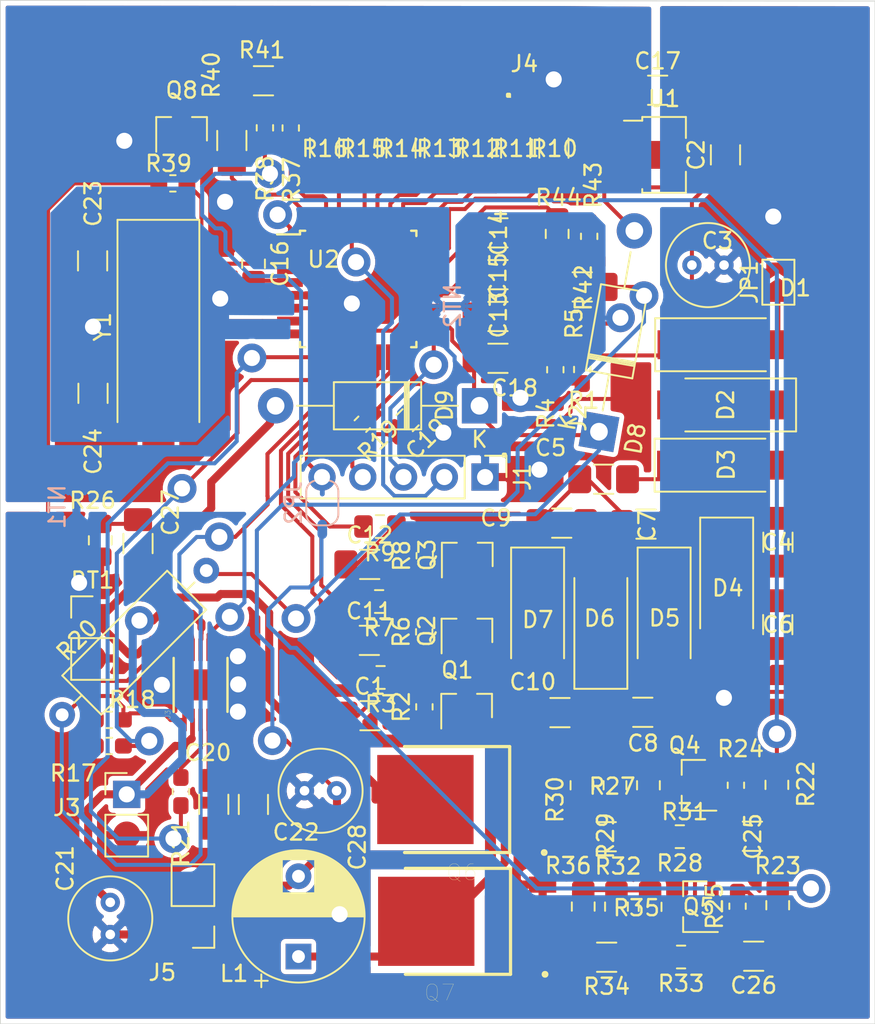
<source format=kicad_pcb>
(kicad_pcb (version 20171130) (host pcbnew 5.1.6-c6e7f7d~87~ubuntu20.04.1)
  (layers (0 F.Cu mixed) (1 In1.Cu mixed) (2 In2.Cu mixed) (31 B.Cu mixed) (34 B.Paste user) (35 F.Paste user) (36 B.SilkS user) (37 F.SilkS user) (38 B.Mask user) (39 F.Mask user) (44 Edge.Cuts user))
  (net 0 "")
  (net 1 GNDPWR)
  (net 2 +BATT)
  (net 3 "Net-(C9-Pad1)")
  (net 4 "Net-(C10-Pad2)")
  (net 5 "Net-(C10-Pad1)")
  (net 6 "Net-(C11-Pad2)")
  (net 7 "Net-(C11-Pad1)")
  (net 8 VDC)
  (net 9 +15V)
  (net 10 VBUS)
  (net 11 /sck)
  (net 12 /reset)
  (net 13 "Net-(L1-Pad1)")
  (net 14 "Net-(Q4-Pad3)")
  (net 15 "Net-(Q6-Pad1)")
  (net 16 "Net-(Q7-Pad1)")
  (net 17 "Net-(Q8-Pad3)")
  (net 18 "Net-(Q8-Pad1)")
  (net 19 /chrg_in)
  (net 20 /sense_led)
  (net 21 GNDA)
  (net 22 /sense_pump)
  (net 23 /pump-in)
  (net 24 /chrg_out)
  (net 25 /fault_in)
  (net 26 /prog_pullup)
  (net 27 /acpr_in)
  (net 28 /prog_pulldown)
  (net 29 "Net-(R28-Pad2)")
  (net 30 GND)
  (net 31 "Net-(C8-Pad1)")
  (net 32 /mosi)
  (net 33 "Net-(C1-Pad2)")
  (net 34 "Net-(C1-Pad1)")
  (net 35 "Net-(C4-Pad1)")
  (net 36 "Net-(C5-Pad1)")
  (net 37 "Net-(C6-Pad1)")
  (net 38 "Net-(C7-Pad1)")
  (net 39 "Net-(C23-Pad2)")
  (net 40 "Net-(C24-Pad2)")
  (net 41 /low_mos_oc2b)
  (net 42 "Net-(Q5-Pad3)")
  (net 43 "Net-(R1-Pad1)")
  (net 44 /pump-clka_oc1a)
  (net 45 /pump-clkb_oc1b)
  (net 46 "Net-(R10-Pad2)")
  (net 47 "Net-(R11-Pad2)")
  (net 48 "Net-(R12-Pad2)")
  (net 49 "Net-(R13-Pad2)")
  (net 50 "Net-(R14-Pad2)")
  (net 51 "Net-(R15-Pad2)")
  (net 52 "Net-(R16-Pad2)")
  (net 53 "Net-(R17-Pad2)")
  (net 54 /high_mos_oc2a)
  (net 55 /miso-and-button)
  (net 56 "Net-(C25-Pad2)")
  (net 57 "Net-(C26-Pad1)")
  (net 58 "Net-(J4-Pad7)")
  (net 59 "Net-(J4-Pad6)")
  (net 60 "Net-(J4-Pad5)")
  (net 61 "Net-(J4-Pad4)")
  (net 62 "Net-(J4-Pad3)")
  (net 63 "Net-(J4-Pad2)")
  (net 64 "Net-(J4-Pad1)")
  (net 65 "Net-(R19-Pad1)")
  (net 66 "Net-(R21-Pad2)")
  (net 67 "Net-(R33-Pad2)")
  (net 68 "Net-(R37-Pad1)")
  (net 69 "Net-(R38-Pad2)")
  (net 70 "Net-(R39-Pad1)")
  (net 71 "Net-(R42-Pad1)")
  (net 72 "Net-(C5-Pad2)")
  (net 73 "Net-(C12-Pad2)")
  (net 74 "Net-(C12-Pad1)")
  (net 75 "Net-(C15-Pad1)")
  (net 76 "Net-(C26-Pad2)")
  (net 77 "Net-(C27-Pad2)")
  (net 78 "Net-(C17-Pad1)")
  (net 79 "Net-(C20-Pad1)")
  (net 80 "Net-(C25-Pad1)")
  (net 81 "Net-(C28-Pad1)")
  (module Package_QFP:TQFP-32_7x7mm_P0.8mm (layer F.Cu) (at 144.4698 86.2003)
    (fp_text reference U2 (at -2.159 -1.8415) (layer F.SilkS))
    (fp_text value ATmega88PA-AU)
    (pad 32 smd rect (at -2.8 -4.25 90) (size 1.6 0.55) (layers F.Cu F.Paste F.Mask) (net 28 /prog_pulldown))
    (pad 31 smd rect (at -2 -4.25 90) (size 1.6 0.55) (layers F.Cu F.Paste F.Mask) (net 26 /prog_pullup))
    (pad 30 smd rect (at -1.2 -4.25 90) (size 1.6 0.55) (layers F.Cu F.Paste F.Mask) (net 52 "Net-(R16-Pad2)"))
    (pad 29 smd rect (at -0.4 -4.25 90) (size 1.6 0.55) (layers F.Cu F.Paste F.Mask) (net 12 /reset))
    (pad 28 smd rect (at 0.4 -4.25 90) (size 1.6 0.55) (layers F.Cu F.Paste F.Mask) (net 51 "Net-(R15-Pad2)"))
    (pad 27 smd rect (at 1.2 -4.25 90) (size 1.6 0.55) (layers F.Cu F.Paste F.Mask) (net 50 "Net-(R14-Pad2)"))
    (pad 26 smd rect (at 2 -4.25 90) (size 1.6 0.55) (layers F.Cu F.Paste F.Mask) (net 49 "Net-(R13-Pad2)"))
    (pad 25 smd rect (at 2.8 -4.25 90) (size 1.6 0.55) (layers F.Cu F.Paste F.Mask) (net 48 "Net-(R12-Pad2)"))
    (pad 24 smd rect (at 4.25 -2.8) (size 1.6 0.55) (layers F.Cu F.Paste F.Mask) (net 47 "Net-(R11-Pad2)"))
    (pad 23 smd rect (at 4.25 -2) (size 1.6 0.55) (layers F.Cu F.Paste F.Mask) (net 46 "Net-(R10-Pad2)"))
    (pad 22 smd rect (at 4.25 -1.2) (size 1.6 0.55) (layers F.Cu F.Paste F.Mask) (net 20 /sense_led))
    (pad 21 smd rect (at 4.25 -0.4) (size 1.6 0.55) (layers F.Cu F.Paste F.Mask) (net 30 GND))
    (pad 20 smd rect (at 4.25 0.4) (size 1.6 0.55) (layers F.Cu F.Paste F.Mask) (net 75 "Net-(C15-Pad1)"))
    (pad 19 smd rect (at 4.25 1.2) (size 1.6 0.55) (layers F.Cu F.Paste F.Mask) (net 22 /sense_pump))
    (pad 18 smd rect (at 4.25 2) (size 1.6 0.55) (layers F.Cu F.Paste F.Mask) (net 10 VBUS))
    (pad 17 smd rect (at 4.25 2.8) (size 1.6 0.55) (layers F.Cu F.Paste F.Mask) (net 11 /sck))
    (pad 16 smd rect (at 2.8 4.25 90) (size 1.6 0.55) (layers F.Cu F.Paste F.Mask) (net 65 "Net-(R19-Pad1)"))
    (pad 15 smd rect (at 2 4.25 90) (size 1.6 0.55) (layers F.Cu F.Paste F.Mask) (net 32 /mosi))
    (pad 14 smd rect (at 1.2 4.25 90) (size 1.6 0.55) (layers F.Cu F.Paste F.Mask) (net 45 /pump-clkb_oc1b))
    (pad 13 smd rect (at 0.4 4.25 90) (size 1.6 0.55) (layers F.Cu F.Paste F.Mask) (net 44 /pump-clka_oc1a))
    (pad 12 smd rect (at -0.4 4.25 90) (size 1.6 0.55) (layers F.Cu F.Paste F.Mask) (net 23 /pump-in))
    (pad 11 smd rect (at -1.2 4.25 90) (size 1.6 0.55) (layers F.Cu F.Paste F.Mask) (net 19 /chrg_in))
    (pad 10 smd rect (at -2 4.25 90) (size 1.6 0.55) (layers F.Cu F.Paste F.Mask) (net 24 /chrg_out))
    (pad 9 smd rect (at -2.8 4.25 90) (size 1.6 0.55) (layers F.Cu F.Paste F.Mask) (net 25 /fault_in))
    (pad 8 smd rect (at -4.25 2.8) (size 1.6 0.55) (layers F.Cu F.Paste F.Mask) (net 40 "Net-(C24-Pad2)"))
    (pad 7 smd rect (at -4.25 2) (size 1.6 0.55) (layers F.Cu F.Paste F.Mask) (net 39 "Net-(C23-Pad2)"))
    (pad 6 smd rect (at -4.25 1.2) (size 1.6 0.55) (layers F.Cu F.Paste F.Mask) (net 10 VBUS))
    (pad 5 smd rect (at -4.25 0.4) (size 1.6 0.55) (layers F.Cu F.Paste F.Mask) (net 30 GND))
    (pad 4 smd rect (at -4.25 -0.4) (size 1.6 0.55) (layers F.Cu F.Paste F.Mask) (net 10 VBUS))
    (pad 3 smd rect (at -4.25 -1.2) (size 1.6 0.55) (layers F.Cu F.Paste F.Mask) (net 30 GND))
    (pad 2 smd rect (at -4.25 -2) (size 1.6 0.55) (layers F.Cu F.Paste F.Mask) (net 27 /acpr_in))
    (pad 1 smd rect (at -4.25 -2.8) (size 1.6 0.55) (layers F.Cu F.Paste F.Mask) (net 54 /high_mos_oc2a))
  )
  (module Capacitor_SMD:C_1206_3216Metric_Pad1.42x1.75mm_HandSolder (layer F.Cu) (at 163.125 73.825)
    (fp_text reference C17 (at 0 -1.82) (layer F.SilkS))
    (fp_text value 100n)
    (pad 2 smd roundrect (at 1.4875 0) (size 1.425 1.75) (layers F.Cu F.Paste F.Mask) (roundrect_rratio 0.175439) (net 1 GNDPWR))
    (pad 1 smd roundrect (at -1.4875 0) (size 1.425 1.75) (layers F.Cu F.Paste F.Mask) (roundrect_rratio 0.175439) (net 78 "Net-(C17-Pad1)"))
  )
  (module Capacitor_SMD:C_0805_2012Metric_Pad1.15x1.40mm_HandSolder (layer F.Cu) (at 137.95 84.625 270)
    (fp_text reference C16 (at 0 -1.65 90) (layer F.SilkS))
    (fp_text value 300n)
    (pad 2 smd roundrect (at 1.025 0 270) (size 1.15 1.4) (layers F.Cu F.Paste F.Mask) (roundrect_rratio 0.217391) (net 10 VBUS))
    (pad 1 smd roundrect (at -1.025 0 270) (size 1.15 1.4) (layers F.Cu F.Paste F.Mask) (roundrect_rratio 0.217391) (net 30 GND))
  )
  (module Capacitor_SMD:C_1206_3216Metric_Pad1.42x1.75mm_HandSolder (layer F.Cu) (at 167.35 77.85 90)
    (fp_text reference C2 (at 0 -1.82 90) (layer F.SilkS))
    (fp_text value 100n)
    (pad 2 smd roundrect (at 1.4875 0 90) (size 1.425 1.75) (layers F.Cu F.Paste F.Mask) (roundrect_rratio 0.175439) (net 1 GNDPWR))
    (pad 1 smd roundrect (at -1.4875 0 90) (size 1.425 1.75) (layers F.Cu F.Paste F.Mask) (roundrect_rratio 0.175439) (net 9 +15V))
  )
  (module Capacitor_SMD:C_0805_2012Metric_Pad1.15x1.40mm_HandSolder (layer F.Cu) (at 147.55 94.375 225)
    (fp_text reference C19 (at 0 -1.65 45) (layer F.SilkS))
    (fp_text value 300n)
    (pad 2 smd roundrect (at 1.025 0 225) (size 1.15 1.4) (layers F.Cu F.Paste F.Mask) (roundrect_rratio 0.217391) (net 55 /miso-and-button))
    (pad 1 smd roundrect (at -1.025 0 225) (size 1.15 1.4) (layers F.Cu F.Paste F.Mask) (roundrect_rratio 0.217391) (net 30 GND))
  )
  (module Resistor_SMD:R_0603_1608Metric_Pad1.05x0.95mm_HandSolder (layer F.Cu) (at 144.725 94.625 225)
    (fp_text reference R19 (at 0 -1.43 45) (layer F.SilkS))
    (fp_text value 1K)
    (pad 2 smd roundrect (at 0.875 0 225) (size 1.05 0.95) (layers F.Cu F.Paste F.Mask) (net 55 /miso-and-button))
    (pad 1 smd roundrect (at -0.875 0 225) (size 1.05 0.95) (layers F.Cu F.Paste F.Mask) (net 65 "Net-(R19-Pad1)"))
  )
  (module Ribbon_Cable:Ribbon_2 (layer F.Cu) (at 155.325 96 90)
    (fp_text reference J2 (at 1.77 2.84 90) (layer F.SilkS))
    (fp_text value Button)
    (pad 2 smd roundrect (at 1.4 0 90) (size 0.6 3) (layers F.Cu F.Paste F.Mask) (net 30 GND))
    (pad 1 smd roundrect (at 0 0 90) (size 0.6 3) (layers F.Cu F.Paste F.Mask) (net 55 /miso-and-button))
  )
  (module Diode_THT:D_DO-41_SOD81_P12.70mm_Horizontal (layer F.Cu) (at 152.025 93.475 180)
    (fp_text reference D9 (at 2.176 0.0254 90) (layer F.SilkS))
    (fp_text value 1N5819)
    (fp_text user K (at 0 -2.1) (layer F.SilkS))
    (pad 2 thru_hole oval (at 12.7 0 180) (size 2.2 2.2) (drill 1.1) (layers *.Cu *.Mask) (net 2 +BATT))
    (pad 1 thru_hole rect (at 0 0 180) (size 2.2 2.2) (drill 1.1) (layers *.Cu *.Mask) (net 10 VBUS))
  )
  (module NetTie:NetTie-2_SMD_Pad0.5mm (layer B.Cu) (at 150.3118 87.2671)
    (fp_text reference NT2 (at 0.0381 -0.0127 90) (layer B.SilkS) (effects (justify mirror)))
    (fp_text value Net-Tie_2)
    (fp_poly (pts (xy -0.5 0.25) (xy 0.5 0.25) (xy 0.5 -0.25) (xy -0.5 -0.25)) (layer B.Cu) (width 0))
    (pad 2 smd circle (at 0.5 0) (size 0.5 0.5) (layers B.Cu) (net 21 GNDA))
    (pad 1 smd circle (at -0.5 0) (size 0.5 0.5) (layers B.Cu) (net 30 GND))
  )
  (module NetTie:NetTie-2_SMD_Pad0.5mm (layer B.Cu) (at 126.9184 99.7639 270)
    (fp_text reference NT1 (at 0 1.2 270) (layer B.SilkS) (effects (justify mirror)))
    (fp_text value Net-Tie_2)
    (fp_poly (pts (xy -0.5 0.25) (xy 0.5 0.25) (xy 0.5 -0.25) (xy -0.5 -0.25)) (layer B.Cu) (width 0))
    (pad 2 smd circle (at 0.5 0 270) (size 0.5 0.5) (layers B.Cu) (net 1 GNDPWR))
    (pad 1 smd circle (at -0.5 0 270) (size 0.5 0.5) (layers B.Cu) (net 30 GND))
  )
  (module Jumper:SolderJumper-2_P1.3mm_Open_RoundedPad1.0x1.5mm (layer B.Cu) (at 142.2346 99.5203 270)
    (fp_text reference JP2 (at 0 1.8 270) (layer B.SilkS) (effects (justify mirror)))
    (fp_text value Jumper_2_Open)
    (pad 2 smd oval (at 1.65 0 270) (size 1.2 0.6) (layers B.Cu B.Mask) (net 41 /low_mos_oc2b))
    (pad 1 smd oval (at -0.65 0 270) (size 0.5 0.3) (layers B.Cu B.Mask) (net 32 /mosi))
  )
  (module Connector_PinHeader_2.54mm:PinHeader_1x02_P2.54mm_Vertical (layer F.Cu) (at 130.05 117.675)
    (fp_text reference J3 (at -3.7285 0.8341) (layer F.SilkS))
    (fp_text value Charger)
    (pad 2 smd oval (at 0 2.54) (size 1.7 1.7) (layers F.Cu F.Paste F.Mask) (net 1 GNDPWR))
    (pad 1 thru_hole rect (at 0 0) (size 1.7 1.7) (drill 1) (layers *.Cu *.Mask) (net 8 VDC))
  )
  (module Connector_PinHeader_2.54mm:PinHeader_1x02_P2.54mm_Vertical (layer F.Cu) (at 127.9217 106.6727)
    (fp_text reference BT1 (at 0 -2.33) (layer F.SilkS))
    (fp_text value Battery_Cell)
    (pad 2 smd oval (at 0 2.54) (size 1.7 1.7) (layers F.Cu F.Paste F.Mask) (net 1 GNDPWR))
    (pad 1 smd rect (at 0 0) (size 1.7 1.7) (layers F.Cu F.Paste F.Mask) (net 2 +BATT))
  )
  (module Capacitor_SMD:C_1206_3216Metric_Pad1.42x1.75mm_HandSolder (layer F.Cu) (at 153.17692 90.5183 180)
    (fp_text reference C18 (at -1.04808 -1.8567) (layer F.SilkS))
    (fp_text value 100n)
    (pad 2 smd roundrect (at 1.4875 0 180) (size 1.425 1.75) (layers F.Cu F.Paste F.Mask) (roundrect_rratio 0.175439) (net 10 VBUS))
    (pad 1 smd roundrect (at -1.4875 0 180) (size 1.425 1.75) (layers F.Cu F.Paste F.Mask) (roundrect_rratio 0.175439) (net 21 GNDA))
  )
  (module Capacitor_SMD:C_1206_3216Metric_Pad1.42x1.75mm_HandSolder (layer F.Cu) (at 153.17692 82.7078 180)
    (fp_text reference C14 (at -0.04318 0.0127 270) (layer F.SilkS))
    (fp_text value 15n)
    (pad 2 smd roundrect (at 1.4875 0 180) (size 1.425 1.75) (layers F.Cu F.Paste F.Mask) (roundrect_rratio 0.175439) (net 20 /sense_led))
    (pad 1 smd roundrect (at -1.4875 0 180) (size 1.425 1.75) (layers F.Cu F.Paste F.Mask) (roundrect_rratio 0.175439) (net 21 GNDA))
  )
  (module Capacitor_SMD:C_1206_3216Metric_Pad1.42x1.75mm_HandSolder (layer F.Cu) (at 153.17692 87.9148 180)
    (fp_text reference C13 (at -0.03048 0.0889 90) (layer F.SilkS))
    (fp_text value 15n)
    (pad 2 smd roundrect (at 1.4875 0 180) (size 1.425 1.75) (layers F.Cu F.Paste F.Mask) (roundrect_rratio 0.175439) (net 22 /sense_pump))
    (pad 1 smd roundrect (at -1.4875 0 180) (size 1.425 1.75) (layers F.Cu F.Paste F.Mask) (roundrect_rratio 0.175439) (net 21 GNDA))
  )
  (module Ribbon_Cable:Ribbon_8 (layer F.Cu) (at 153.2836 72.38778 180)
    (fp_text reference J4 (at -1.5367 0.20828) (layer F.SilkS))
    (fp_text value Seven-segment)
    (pad 8 smd roundrect (at 8.929494 0 180) (size 0.6 3) (layers F.Cu F.Paste F.Mask) (net 30 GND))
    (pad 7 smd roundrect (at 7.653852 0 180) (size 0.6 3) (layers F.Cu F.Paste F.Mask) (net 58 "Net-(J4-Pad7)"))
    (pad 6 smd roundrect (at 6.37821 0 180) (size 0.6 3) (layers F.Cu F.Paste F.Mask) (net 59 "Net-(J4-Pad6)"))
    (pad 5 smd roundrect (at 5.102568 0 180) (size 0.6 3) (layers F.Cu F.Paste F.Mask) (net 60 "Net-(J4-Pad5)"))
    (pad 4 smd roundrect (at 3.826926 0 180) (size 0.6 3) (layers F.Cu F.Paste F.Mask) (net 61 "Net-(J4-Pad4)"))
    (pad 3 smd roundrect (at 2.551284 0 180) (size 0.6 3) (layers F.Cu F.Paste F.Mask) (net 62 "Net-(J4-Pad3)"))
    (pad 2 smd roundrect (at 1.275642 0 180) (size 0.6 3) (layers F.Cu F.Paste F.Mask) (net 63 "Net-(J4-Pad2)"))
    (pad 1 smd roundrect (at 0 0 180) (size 0.6 3) (layers F.Cu F.Paste F.Mask) (net 64 "Net-(J4-Pad1)"))
  )
  (module Resistor_SMD:R_1206_3216Metric_Pad1.42x1.75mm_HandSolder (layer F.Cu) (at 142.3743 77.41698 270)
    (fp_text reference R16 (at 0.04572 -0.0254 180) (layer F.SilkS))
    (fp_text value 475R)
    (pad 2 smd roundrect (at 1.4875 0 270) (size 1.425 1.75) (layers F.Cu F.Paste F.Mask) (roundrect_rratio 0.175439) (net 52 "Net-(R16-Pad2)"))
    (pad 1 smd roundrect (at -1.4875 0 270) (size 1.425 1.75) (layers F.Cu F.Paste F.Mask) (roundrect_rratio 0.175439) (net 58 "Net-(J4-Pad7)"))
  )
  (module Resistor_SMD:R_1206_3216Metric_Pad1.42x1.75mm_HandSolder (layer F.Cu) (at 144.75555 77.41858 270)
    (fp_text reference R15 (at 0.04412 -0.0254 180) (layer F.SilkS))
    (fp_text value 475R)
    (pad 2 smd roundrect (at 1.4875 0 270) (size 1.425 1.75) (layers F.Cu F.Paste F.Mask) (roundrect_rratio 0.175439) (net 51 "Net-(R15-Pad2)"))
    (pad 1 smd roundrect (at -1.4875 0 270) (size 1.425 1.75) (layers F.Cu F.Paste F.Mask) (roundrect_rratio 0.175439) (net 59 "Net-(J4-Pad6)"))
  )
  (module Resistor_SMD:R_1206_3216Metric_Pad1.42x1.75mm_HandSolder (layer F.Cu) (at 147.1368 77.41858 270)
    (fp_text reference R14 (at 0.04412 -0.0254 180) (layer F.SilkS))
    (fp_text value 475R)
    (pad 2 smd roundrect (at 1.4875 0 270) (size 1.425 1.75) (layers F.Cu F.Paste F.Mask) (roundrect_rratio 0.175439) (net 50 "Net-(R14-Pad2)"))
    (pad 1 smd roundrect (at -1.4875 0 270) (size 1.425 1.75) (layers F.Cu F.Paste F.Mask) (roundrect_rratio 0.175439) (net 60 "Net-(J4-Pad5)"))
  )
  (module Resistor_SMD:R_1206_3216Metric_Pad1.42x1.75mm_HandSolder (layer F.Cu) (at 149.51805 77.41858 270)
    (fp_text reference R13 (at 0.04412 -0.0254 180) (layer F.SilkS))
    (fp_text value 475R)
    (pad 2 smd roundrect (at 1.4875 0 270) (size 1.425 1.75) (layers F.Cu F.Paste F.Mask) (roundrect_rratio 0.175439) (net 49 "Net-(R13-Pad2)"))
    (pad 1 smd roundrect (at -1.4875 0 270) (size 1.425 1.75) (layers F.Cu F.Paste F.Mask) (roundrect_rratio 0.175439) (net 61 "Net-(J4-Pad4)"))
  )
  (module Resistor_SMD:R_1206_3216Metric_Pad1.42x1.75mm_HandSolder (layer F.Cu) (at 151.8993 77.41858 270)
    (fp_text reference R12 (at 0.04412 -0.0254 180) (layer F.SilkS))
    (fp_text value 475R)
    (pad 2 smd roundrect (at 1.4875 0 270) (size 1.425 1.75) (layers F.Cu F.Paste F.Mask) (roundrect_rratio 0.175439) (net 48 "Net-(R12-Pad2)"))
    (pad 1 smd roundrect (at -1.4875 0 270) (size 1.425 1.75) (layers F.Cu F.Paste F.Mask) (roundrect_rratio 0.175439) (net 62 "Net-(J4-Pad3)"))
  )
  (module Resistor_SMD:R_1206_3216Metric_Pad1.42x1.75mm_HandSolder (layer F.Cu) (at 154.28055 77.41858 270)
    (fp_text reference R11 (at 0.04412 -0.0254 180) (layer F.SilkS))
    (fp_text value 475R)
    (pad 2 smd roundrect (at 1.4875 0 270) (size 1.425 1.75) (layers F.Cu F.Paste F.Mask) (roundrect_rratio 0.175439) (net 47 "Net-(R11-Pad2)"))
    (pad 1 smd roundrect (at -1.4875 0 270) (size 1.425 1.75) (layers F.Cu F.Paste F.Mask) (roundrect_rratio 0.175439) (net 63 "Net-(J4-Pad2)"))
  )
  (module Resistor_SMD:R_1206_3216Metric_Pad1.42x1.75mm_HandSolder (layer F.Cu) (at 156.6618 77.42968 270)
    (fp_text reference R10 (at 0.03302 -0.0254 180) (layer F.SilkS))
    (fp_text value 475R)
    (pad 2 smd roundrect (at 1.4875 0 270) (size 1.425 1.75) (layers F.Cu F.Paste F.Mask) (roundrect_rratio 0.175439) (net 46 "Net-(R10-Pad2)"))
    (pad 1 smd roundrect (at -1.4875 0 270) (size 1.425 1.75) (layers F.Cu F.Paste F.Mask) (roundrect_rratio 0.175439) (net 64 "Net-(J4-Pad1)"))
  )
  (module Crystal:Crystal_SMD_HC49-SD (layer F.Cu) (at 132.025 88.595 270)
    (fp_text reference Y1 (at -0.0418 3.4761 90) (layer F.SilkS))
    (fp_text value Crystal)
    (pad 2 smd rect (at 5.25 0 270) (size 4.5 2) (layers F.Cu F.Paste F.Mask) (net 40 "Net-(C24-Pad2)"))
    (pad 1 smd rect (at -5.25 0 270) (size 4.5 2) (layers F.Cu F.Paste F.Mask) (net 39 "Net-(C23-Pad2)"))
  )
  (module Diode_SMD:D_SMA_Handsoldering (layer F.Cu) (at 159.586633 106.7026 90)
    (fp_text reference D6 (at -0.0082 -0.080033 180) (layer F.SilkS))
    (fp_text value 1N5819)
    (pad 2 smd rect (at 2.5 0 90) (size 3.5 1.8) (layers F.Cu F.Paste F.Mask) (net 3 "Net-(C9-Pad1)"))
    (pad 1 smd rect (at -2.5 0 90) (size 3.5 1.8) (layers F.Cu F.Paste F.Mask) (net 31 "Net-(C8-Pad1)"))
  )
  (module Diode_SMD:D_SMA_Handsoldering (layer F.Cu) (at 155.6454 106.7026 270)
    (fp_text reference D7 (at 0.0971 -0.0131 180) (layer F.SilkS))
    (fp_text value 1N5819)
    (pad 2 smd rect (at 2.5 0 270) (size 3.5 1.8) (layers F.Cu F.Paste F.Mask) (net 5 "Net-(C10-Pad1)"))
    (pad 1 smd rect (at -2.5 0 270) (size 3.5 1.8) (layers F.Cu F.Paste F.Mask) (net 3 "Net-(C9-Pad1)"))
  )
  (module Diode_SMD:D_SMA_Handsoldering (layer F.Cu) (at 167.3675 89.6735)
    (fp_text reference D1 (at 4.33 -3.53) (layer F.SilkS))
    (fp_text value 1N5819)
    (pad 2 smd rect (at 2.5 0) (size 3.5 1.8) (layers F.Cu F.Paste F.Mask) (net 35 "Net-(C4-Pad1)"))
    (pad 1 smd rect (at -2.5 0) (size 3.5 1.8) (layers F.Cu F.Paste F.Mask) (net 9 +15V))
  )
  (module Diode_SMD:D_SMA_Handsoldering (layer F.Cu) (at 167.3475 93.4235 180)
    (fp_text reference D2 (at -0.0204 -0.0031 90) (layer F.SilkS))
    (fp_text value 1N5819)
    (pad 2 smd rect (at 2.5 0 180) (size 3.5 1.8) (layers F.Cu F.Paste F.Mask) (net 36 "Net-(C5-Pad1)"))
    (pad 1 smd rect (at -2.5 0 180) (size 3.5 1.8) (layers F.Cu F.Paste F.Mask) (net 35 "Net-(C4-Pad1)"))
  )
  (module Diode_SMD:D_SMA_Handsoldering (layer F.Cu) (at 167.3375 97.1735)
    (fp_text reference D3 (at 0.0685 -0.0258 90) (layer F.SilkS))
    (fp_text value 1N5819)
    (pad 2 smd rect (at 2.5 0) (size 3.5 1.8) (layers F.Cu F.Paste F.Mask) (net 37 "Net-(C6-Pad1)"))
    (pad 1 smd rect (at -2.5 0) (size 3.5 1.8) (layers F.Cu F.Paste F.Mask) (net 36 "Net-(C5-Pad1)"))
  )
  (module Diode_SMD:D_SMA_Handsoldering (layer F.Cu) (at 167.4245 104.8376 270)
    (fp_text reference D4 (at -0.0064 -0.0704 180) (layer F.SilkS))
    (fp_text value 1N5819)
    (pad 2 smd rect (at 2.5 0 270) (size 3.5 1.8) (layers F.Cu F.Paste F.Mask) (net 38 "Net-(C7-Pad1)"))
    (pad 1 smd rect (at -2.5 0 270) (size 3.5 1.8) (layers F.Cu F.Paste F.Mask) (net 37 "Net-(C6-Pad1)"))
  )
  (module Diode_SMD:D_SMA_Handsoldering (layer F.Cu) (at 163.527866 106.7026 270)
    (fp_text reference D5 (at -0.0045 -0.030034 180) (layer F.SilkS))
    (fp_text value 1N5819)
    (pad 2 smd rect (at 2.5 0 270) (size 3.5 1.8) (layers F.Cu F.Paste F.Mask) (net 31 "Net-(C8-Pad1)"))
    (pad 1 smd rect (at -2.5 0 270) (size 3.5 1.8) (layers F.Cu F.Paste F.Mask) (net 38 "Net-(C7-Pad1)"))
  )
  (module Diode_THT:D_DO-41_SOD81_P12.70mm_Horizontal (layer F.Cu) (at 159.4685 95.0903 80)
    (fp_text reference D8 (at -0.030486 2.313745 80) (layer F.SilkS))
    (fp_text value 1N5819)
    (fp_text user K (at 0.237909 -2.015025 80) (layer F.SilkS))
    (pad 2 thru_hole oval (at 12.7 0 80) (size 2.2 2.2) (drill 1.1) (layers *.Cu *.Mask) (net 78 "Net-(C17-Pad1)"))
    (pad 1 thru_hole rect (at 0 0 80) (size 2.2 2.2) (drill 1.1) (layers *.Cu *.Mask) (net 10 VBUS))
  )
  (module Connector_PinHeader_2.54mm:PinHeader_1x02_P2.54mm_Vertical (layer F.Cu) (at 134.175 125.9 180)
    (fp_text reference J5 (at 1.9099 -2.8707) (layer F.SilkS))
    (fp_text value LOAD)
    (pad 2 smd oval (at 0 2.54 180) (size 1.7 1.7) (layers F.Cu F.Paste F.Mask) (net 81 "Net-(C28-Pad1)"))
    (pad 1 smd rect (at 0 0 180) (size 1.7 1.7) (layers F.Cu F.Paste F.Mask) (net 1 GNDPWR))
  )
  (module UniX_Generic:MSOP-10_MSE (layer F.Cu) (at 134.6511 110.857 90)
    (fp_text reference U3 (at -1.8829 -2.04046 90) (layer F.SilkS) (effects (font (size 0.314961 0.314961) (thickness 0.015))))
    (fp_text value LTC1733EMSEPBF)
    (pad 11 smd rect (at 0 0 90) (size 1.9304 2.159) (layers F.Cu F.Mask) (net 1 GNDPWR))
    (pad 10 smd rect (at 2.1844 -1.00076 90) (size 1.397 0.2794) (layers F.Cu F.Paste F.Mask) (net 70 "Net-(R39-Pad1)"))
    (pad 9 smd rect (at 2.1844 -0.500381 90) (size 1.397 0.2794) (layers F.Cu F.Paste F.Mask) (net 2 +BATT))
    (pad 8 smd rect (at 2.1844 0 90) (size 1.397 0.2794) (layers F.Cu F.Paste F.Mask) (net 8 VDC))
    (pad 7 smd rect (at 2.1844 0.500381 90) (size 1.397 0.2794) (layers F.Cu F.Paste F.Mask) (net 68 "Net-(R37-Pad1)"))
    (pad 6 smd rect (at 2.1844 1.00076 90) (size 1.397 0.2794) (layers F.Cu F.Paste F.Mask) (net 1 GNDPWR))
    (pad 5 smd rect (at -2.1844 1.00076 90) (size 1.397 0.2794) (layers F.Cu F.Paste F.Mask) (net 1 GNDPWR))
    (pad 4 smd rect (at -2.1844 0.500381 90) (size 1.397 0.2794) (layers F.Cu F.Paste F.Mask) (net 79 "Net-(C20-Pad1)"))
    (pad 3 smd rect (at -2.1844 0 90) (size 1.397 0.2794) (layers F.Cu F.Paste F.Mask) (net 66 "Net-(R21-Pad2)"))
    (pad 2 smd rect (at -2.1844 -0.500381 90) (size 1.397 0.2794) (layers F.Cu F.Paste F.Mask) (net 8 VDC))
    (pad 1 smd rect (at -2.1844 -1.00076 90) (size 1.397 0.2794) (layers F.Cu F.Paste F.Mask) (net 19 /chrg_in))
  )
  (module Package_TO_SOT_SMD:SOT-89-3 (layer F.Cu) (at 163.225 77.85)
    (fp_text reference U1 (at 0.3 -3.5) (layer F.SilkS))
    (fp_text value L78L05_SOT89)
    (pad 2 smd custom (at -1.5625 0) (size 1.475 0.9) (layers F.Cu F.Paste F.Mask) (net 1 GNDPWR) (options (clearance outline) (anchor rect)) (primitives (gr_poly (pts (xy 0.7375 -0.8665) (xy 3.8625 -0.8665) (xy 3.8625 0.8665) (xy 0.7375 0.8665)) (width 0))))
    (pad 3 smd rect (at -1.65 1.5) (size 1.3 0.9) (layers F.Cu F.Paste F.Mask) (net 9 +15V))
    (pad 1 smd rect (at -1.65 -1.5) (size 1.3 0.9) (layers F.Cu F.Paste F.Mask) (net 78 "Net-(C17-Pad1)"))
  )
  (module Resistor_SMD:R_0805_2012Metric_Pad1.15x1.40mm_HandSolder (layer F.Cu) (at 157.87338 88.35676 180)
    (fp_text reference R5 (at -0.04572 0.01016 90) (layer F.SilkS))
    (fp_text value 56R)
    (pad 2 smd roundrect (at 1.025 0 180) (size 1.15 1.4) (layers F.Cu F.Paste F.Mask) (roundrect_rratio 0.217391) (net 22 /sense_pump))
    (pad 1 smd roundrect (at -1.025 0 180) (size 1.15 1.4) (layers F.Cu F.Paste F.Mask) (roundrect_rratio 0.217391) (net 21 GNDA))
  )
  (module Resistor_SMD:R_0603_1608Metric_Pad1.05x0.95mm_HandSolder (layer F.Cu) (at 156.7507 91.2295 270)
    (fp_text reference R4 (at 2.7305 0.5842 270) (layer F.SilkS))
    (fp_text value 1k)
    (pad 2 smd roundrect (at 0.875 0 270) (size 1.05 0.95) (layers F.Cu F.Paste F.Mask) (net 43 "Net-(R1-Pad1)"))
    (pad 1 smd roundrect (at -0.875 0 270) (size 1.05 0.95) (layers F.Cu F.Paste F.Mask) (net 22 /sense_pump))
  )
  (module Resistor_SMD:R_0603_1608Metric_Pad1.05x0.95mm_HandSolder (layer F.Cu) (at 158.4271 91.2168 90)
    (fp_text reference R1 (at -1.9304 0.0889) (layer F.SilkS))
    (fp_text value 1k)
    (pad 2 smd roundrect (at 0.875 0 90) (size 1.05 0.95) (layers F.Cu F.Paste F.Mask) (net 9 +15V))
    (pad 1 smd roundrect (at -0.875 0 90) (size 1.05 0.95) (layers F.Cu F.Paste F.Mask) (net 43 "Net-(R1-Pad1)"))
  )
  (module Resistor_SMD:R_1206_3216Metric_Pad1.42x1.75mm_HandSolder (layer F.Cu) (at 138.5682 73.235 180)
    (fp_text reference R41 (at 0.0932 1.91) (layer F.SilkS))
    (fp_text value 475R)
    (pad 2 smd roundrect (at 1.4875 0 180) (size 1.425 1.75) (layers F.Cu F.Paste F.Mask) (roundrect_rratio 0.175439) (net 17 "Net-(Q8-Pad3)"))
    (pad 1 smd roundrect (at -1.4875 0 180) (size 1.425 1.75) (layers F.Cu F.Paste F.Mask) (roundrect_rratio 0.175439) (net 69 "Net-(R38-Pad2)"))
  )
  (module Resistor_SMD:R_1206_3216Metric_Pad1.42x1.75mm_HandSolder (layer F.Cu) (at 136.5982 76.9575 90)
    (fp_text reference R40 (at 4.0825 -1.2732 90) (layer F.SilkS))
    (fp_text value 10K)
    (pad 2 smd roundrect (at 1.4875 0 90) (size 1.425 1.75) (layers F.Cu F.Paste F.Mask) (roundrect_rratio 0.175439) (net 18 "Net-(Q8-Pad1)"))
    (pad 1 smd roundrect (at -1.4875 0 90) (size 1.425 1.75) (layers F.Cu F.Paste F.Mask) (roundrect_rratio 0.175439) (net 28 /prog_pulldown))
  )
  (module Resistor_SMD:R_0603_1608Metric_Pad1.05x0.95mm_HandSolder (layer F.Cu) (at 132.925 79.625)
    (fp_text reference R39 (at -0.2667 -1.2319 180) (layer F.SilkS))
    (fp_text value 1K)
    (pad 2 smd roundrect (at 0.875 0) (size 1.05 0.95) (layers F.Cu F.Paste F.Mask) (net 27 /acpr_in))
    (pad 1 smd roundrect (at -0.875 0) (size 1.05 0.95) (layers F.Cu F.Paste F.Mask) (net 70 "Net-(R39-Pad1)"))
  )
  (module Resistor_SMD:R_0603_1608Metric_Pad1.05x0.95mm_HandSolder (layer F.Cu) (at 138.6582 76.165 90)
    (fp_text reference R38 (at -3.16 0.0168 90) (layer F.SilkS))
    (fp_text value 1K)
    (pad 2 smd roundrect (at 0.875 0 90) (size 1.05 0.95) (layers F.Cu F.Paste F.Mask) (net 69 "Net-(R38-Pad2)"))
    (pad 1 smd roundrect (at -0.875 0 90) (size 1.05 0.95) (layers F.Cu F.Paste F.Mask) (net 68 "Net-(R37-Pad1)"))
  )
  (module Resistor_SMD:R_0603_1608Metric_Pad1.05x0.95mm_HandSolder (layer F.Cu) (at 140.2682 76.175 270)
    (fp_text reference R37 (at 3.25 -0.0568 90) (layer F.SilkS))
    (fp_text value 1K)
    (pad 2 smd roundrect (at 0.875 0 270) (size 1.05 0.95) (layers F.Cu F.Paste F.Mask) (net 26 /prog_pullup))
    (pad 1 smd roundrect (at -0.875 0 270) (size 1.05 0.95) (layers F.Cu F.Paste F.Mask) (net 68 "Net-(R37-Pad1)"))
  )
  (module Resistor_SMD:R_0805_2012Metric_Pad1.15x1.40mm_HandSolder (layer F.Cu) (at 156.865 82.7713 90)
    (fp_text reference R44 (at 2.2606 0.0889 180) (layer F.SilkS))
    (fp_text value 475R)
    (pad 2 smd roundrect (at 1.025 0 90) (size 1.15 1.4) (layers F.Cu F.Paste F.Mask) (roundrect_rratio 0.217391) (net 20 /sense_led))
    (pad 1 smd roundrect (at -1.025 0 90) (size 1.15 1.4) (layers F.Cu F.Paste F.Mask) (roundrect_rratio 0.217391) (net 21 GNDA))
  )
  (module Resistor_SMD:R_0603_1608Metric_Pad1.05x0.95mm_HandSolder (layer F.Cu) (at 158.8589 82.9237 270)
    (fp_text reference R43 (at -3.1877 -0.254 270) (layer F.SilkS))
    (fp_text value 1K)
    (pad 2 smd roundrect (at 0.875 0 270) (size 1.05 0.95) (layers F.Cu F.Paste F.Mask) (net 71 "Net-(R42-Pad1)"))
    (pad 1 smd roundrect (at -0.875 0 270) (size 1.05 0.95) (layers F.Cu F.Paste F.Mask) (net 20 /sense_led))
  )
  (module Resistor_SMD:R_1206_3216Metric_Pad1.42x1.75mm_HandSolder (layer F.Cu) (at 158.4271 86.0733)
    (fp_text reference R42 (at 0.0762 0.0508 90) (layer F.SilkS))
    (fp_text value 475R)
    (pad 2 smd roundrect (at 1.4875 0) (size 1.425 1.75) (layers F.Cu F.Paste F.Mask) (roundrect_rratio 0.175439) (net 81 "Net-(C28-Pad1)"))
    (pad 1 smd roundrect (at -1.4875 0) (size 1.425 1.75) (layers F.Cu F.Paste F.Mask) (roundrect_rratio 0.175439) (net 71 "Net-(R42-Pad1)"))
  )
  (module Resistor_SMD:R_0805_2012Metric_Pad1.15x1.40mm_HandSolder (layer F.Cu) (at 128.4028 101.855 270)
    (fp_text reference R26 (at -2.48 0.4778 180) (layer F.SilkS))
    (fp_text value 1R60)
    (pad 2 smd roundrect (at 1.025 0 270) (size 1.15 1.4) (layers F.Cu F.Paste F.Mask) (roundrect_rratio 0.217391) (net 1 GNDPWR))
    (pad 1 smd roundrect (at -1.025 0 270) (size 1.15 1.4) (layers F.Cu F.Paste F.Mask) (roundrect_rratio 0.217391) (net 77 "Net-(C27-Pad2)"))
  )
  (module Resistor_SMD:R_0805_2012Metric_Pad1.15x1.40mm_HandSolder (layer F.Cu) (at 158.4891 124.6617 270)
    (fp_text reference R36 (at -2.5458 0.9383 180) (layer F.SilkS))
    (fp_text value 56R)
    (pad 2 smd roundrect (at 1.025 0 270) (size 1.15 1.4) (layers F.Cu F.Paste F.Mask) (roundrect_rratio 0.217391) (net 16 "Net-(Q7-Pad1)"))
    (pad 1 smd roundrect (at -1.025 0 270) (size 1.15 1.4) (layers F.Cu F.Paste F.Mask) (roundrect_rratio 0.217391) (net 42 "Net-(Q5-Pad3)"))
  )
  (module Resistor_SMD:R_0805_2012Metric_Pad1.15x1.40mm_HandSolder (layer F.Cu) (at 162.6543 124.6799 270)
    (fp_text reference R35 (at 0.0649 0.849 180) (layer F.SilkS))
    (fp_text value 56R)
    (pad 2 smd roundrect (at 1.025 0 270) (size 1.15 1.4) (layers F.Cu F.Paste F.Mask) (roundrect_rratio 0.217391) (net 16 "Net-(Q7-Pad1)"))
    (pad 1 smd roundrect (at -1.025 0 270) (size 1.15 1.4) (layers F.Cu F.Paste F.Mask) (roundrect_rratio 0.217391) (net 42 "Net-(Q5-Pad3)"))
  )
  (module Resistor_SMD:R_1206_3216Metric_Pad1.42x1.75mm_HandSolder (layer F.Cu) (at 159.9492 127.8168 180)
    (fp_text reference R34 (at 0 -1.82) (layer F.SilkS))
    (fp_text value 100R)
    (pad 2 smd roundrect (at 1.4875 0 180) (size 1.425 1.75) (layers F.Cu F.Paste F.Mask) (roundrect_rratio 0.175439) (net 16 "Net-(Q7-Pad1)"))
    (pad 1 smd roundrect (at -1.4875 0 180) (size 1.425 1.75) (layers F.Cu F.Paste F.Mask) (roundrect_rratio 0.175439) (net 67 "Net-(R33-Pad2)"))
  )
  (module Resistor_SMD:R_0805_2012Metric_Pad1.15x1.40mm_HandSolder (layer F.Cu) (at 164.5847 127.8041 180)
    (fp_text reference R33 (at 0 -1.65) (layer F.SilkS))
    (fp_text value 56R)
    (pad 2 smd roundrect (at 1.025 0 180) (size 1.15 1.4) (layers F.Cu F.Paste F.Mask) (roundrect_rratio 0.217391) (net 67 "Net-(R33-Pad2)"))
    (pad 1 smd roundrect (at -1.025 0 180) (size 1.15 1.4) (layers F.Cu F.Paste F.Mask) (roundrect_rratio 0.217391) (net 9 +15V))
  )
  (module Resistor_SMD:R_0603_1608Metric_Pad1.05x0.95mm_HandSolder (layer F.Cu) (at 133.425 117.5 90)
    (fp_text reference R21 (at -3.2 0 90) (layer F.SilkS))
    (fp_text value 1K)
    (pad 2 smd roundrect (at 0.875 0 90) (size 1.05 0.95) (layers F.Cu F.Paste F.Mask) (net 66 "Net-(R21-Pad2)"))
    (pad 1 smd roundrect (at -0.875 0 90) (size 1.05 0.95) (layers F.Cu F.Paste F.Mask) (net 25 /fault_in))
  )
  (module Resistor_SMD:R_0805_2012Metric_Pad1.15x1.40mm_HandSolder (layer F.Cu) (at 160.5588 124.6672 270)
    (fp_text reference R32 (at -2.5146 -0.1016) (layer F.SilkS))
    (fp_text value 56R)
    (pad 2 smd roundrect (at 1.025 0 270) (size 1.15 1.4) (layers F.Cu F.Paste F.Mask) (roundrect_rratio 0.217391) (net 16 "Net-(Q7-Pad1)"))
    (pad 1 smd roundrect (at -1.025 0 270) (size 1.15 1.4) (layers F.Cu F.Paste F.Mask) (roundrect_rratio 0.217391) (net 42 "Net-(Q5-Pad3)"))
  )
  (module Resistor_THT:R_Axial_DIN0309_L9.0mm_D3.2mm_P12.70mm_Horizontal (layer F.Cu) (at 126.028044 112.719256 45)
    (fp_text reference R20 (at 3.960293 -2.631215 225) (layer F.SilkS))
    (fp_text value 500K)
    (pad 2 thru_hole oval (at 12.7 0 45) (size 1.6 1.6) (drill 0.8) (layers *.Cu *.Mask) (net 10 VBUS))
    (pad 1 thru_hole circle (at 0 0 45) (size 1.6 1.6) (drill 0.8) (layers *.Cu *.Mask) (net 19 /chrg_in))
  )
  (module Resistor_SMD:R_0805_2012Metric_Pad1.15x1.40mm_HandSolder (layer F.Cu) (at 162.5512 117.1093 270)
    (fp_text reference R31 (at 1.6538 -2.264) (layer F.SilkS))
    (fp_text value 56R)
    (pad 2 smd roundrect (at 1.025 0 270) (size 1.15 1.4) (layers F.Cu F.Paste F.Mask) (roundrect_rratio 0.217391) (net 15 "Net-(Q6-Pad1)"))
    (pad 1 smd roundrect (at -1.025 0 270) (size 1.15 1.4) (layers F.Cu F.Paste F.Mask) (roundrect_rratio 0.217391) (net 14 "Net-(Q4-Pad3)"))
  )
  (module Resistor_SMD:R_0603_1608Metric_Pad1.05x0.95mm_HandSolder (layer F.Cu) (at 128.9677 113.0353)
    (fp_text reference R18 (at 1.4305 -1.2572 180) (layer F.SilkS))
    (fp_text value 1K)
    (pad 2 smd roundrect (at 0.875 0) (size 1.05 0.95) (layers F.Cu F.Paste F.Mask) (net 19 /chrg_in))
    (pad 1 smd roundrect (at -0.875 0) (size 1.05 0.95) (layers F.Cu F.Paste F.Mask) (net 53 "Net-(R17-Pad2)"))
  )
  (module Resistor_SMD:R_0805_2012Metric_Pad1.15x1.40mm_HandSolder (layer F.Cu) (at 158.40886 117.10888 270)
    (fp_text reference R30 (at 0.89222 1.67086 270) (layer F.SilkS))
    (fp_text value 56R)
    (pad 2 smd roundrect (at 1.025 0 270) (size 1.15 1.4) (layers F.Cu F.Paste F.Mask) (roundrect_rratio 0.217391) (net 15 "Net-(Q6-Pad1)"))
    (pad 1 smd roundrect (at -1.025 0 270) (size 1.15 1.4) (layers F.Cu F.Paste F.Mask) (roundrect_rratio 0.217391) (net 14 "Net-(Q4-Pad3)"))
  )
  (module Resistor_SMD:R_1206_3216Metric_Pad1.42x1.75mm_HandSolder (layer F.Cu) (at 159.9219 120.31266 180)
    (fp_text reference R29 (at 0.0343 0.05096 90) (layer F.SilkS))
    (fp_text value 100R)
    (pad 2 smd roundrect (at 1.4875 0 180) (size 1.425 1.75) (layers F.Cu F.Paste F.Mask) (roundrect_rratio 0.175439) (net 15 "Net-(Q6-Pad1)"))
    (pad 1 smd roundrect (at -1.4875 0 180) (size 1.425 1.75) (layers F.Cu F.Paste F.Mask) (roundrect_rratio 0.175439) (net 29 "Net-(R28-Pad2)"))
  )
  (module Resistor_SMD:R_0805_2012Metric_Pad1.15x1.40mm_HandSolder (layer F.Cu) (at 164.507 120.3097 180)
    (fp_text reference R28 (at 0 -1.65) (layer F.SilkS))
    (fp_text value 56R)
    (pad 2 smd roundrect (at 1.025 0 180) (size 1.15 1.4) (layers F.Cu F.Paste F.Mask) (roundrect_rratio 0.217391) (net 29 "Net-(R28-Pad2)"))
    (pad 1 smd roundrect (at -1.025 0 180) (size 1.15 1.4) (layers F.Cu F.Paste F.Mask) (roundrect_rratio 0.217391) (net 9 +15V))
  )
  (module Resistor_SMD:R_0603_1608Metric_Pad1.05x0.95mm_HandSolder (layer F.Cu) (at 128.9677 114.6609 180)
    (fp_text reference R17 (at 2.2525 -1.7019) (layer F.SilkS))
    (fp_text value 1K)
    (pad 1 smd roundrect (at -0.875 0 180) (size 1.05 0.95) (layers F.Cu F.Paste F.Mask) (net 24 /chrg_out))
    (pad 2 smd roundrect (at 0.875 0 180) (size 1.05 0.95) (layers F.Cu F.Paste F.Mask) (net 53 "Net-(R17-Pad2)"))
  )
  (module Resistor_SMD:R_0805_2012Metric_Pad1.15x1.40mm_HandSolder (layer F.Cu) (at 160.4684 117.1093 270)
    (fp_text reference R27 (at 0.0663 0.1744) (layer F.SilkS))
    (fp_text value 56R)
    (pad 2 smd roundrect (at 1.025 0 270) (size 1.15 1.4) (layers F.Cu F.Paste F.Mask) (roundrect_rratio 0.217391) (net 15 "Net-(Q6-Pad1)"))
    (pad 1 smd roundrect (at -1.025 0 270) (size 1.15 1.4) (layers F.Cu F.Paste F.Mask) (roundrect_rratio 0.217391) (net 14 "Net-(Q4-Pad3)"))
  )
  (module Resistor_SMD:R_0603_1608Metric_Pad1.05x0.95mm_HandSolder (layer F.Cu) (at 148.6146 102.8148 90)
    (fp_text reference R8 (at 0 -1.43 90) (layer F.SilkS))
    (fp_text value 1K)
    (pad 2 smd roundrect (at 0.875 0 90) (size 1.05 0.95) (layers F.Cu F.Paste F.Mask) (net 74 "Net-(C12-Pad1)"))
    (pad 1 smd roundrect (at -0.875 0 90) (size 1.05 0.95) (layers F.Cu F.Paste F.Mask) (net 73 "Net-(C12-Pad2)"))
  )
  (module Resistor_SMD:R_0603_1608Metric_Pad1.05x0.95mm_HandSolder (layer F.Cu) (at 148.5946 112.2248 90)
    (fp_text reference R2 (at 0 -1.43 90) (layer F.SilkS))
    (fp_text value 1K)
    (pad 2 smd roundrect (at 0.875 0 90) (size 1.05 0.95) (layers F.Cu F.Paste F.Mask) (net 34 "Net-(C1-Pad1)"))
    (pad 1 smd roundrect (at -0.875 0 90) (size 1.05 0.95) (layers F.Cu F.Paste F.Mask) (net 33 "Net-(C1-Pad2)"))
  )
  (module Resistor_SMD:R_0603_1608Metric_Pad1.05x0.95mm_HandSolder (layer F.Cu) (at 148.5846 107.5548 90)
    (fp_text reference R6 (at 0 -1.43 90) (layer F.SilkS))
    (fp_text value 1K)
    (pad 2 smd roundrect (at 0.875 0 90) (size 1.05 0.95) (layers F.Cu F.Paste F.Mask) (net 7 "Net-(C11-Pad1)"))
    (pad 1 smd roundrect (at -0.875 0 90) (size 1.05 0.95) (layers F.Cu F.Paste F.Mask) (net 6 "Net-(C11-Pad2)"))
  )
  (module Resistor_SMD:R_0603_1608Metric_Pad1.05x0.95mm_HandSolder (layer F.Cu) (at 168.1026 124.6418 90)
    (fp_text reference R25 (at 0 -1.43 90) (layer F.SilkS))
    (fp_text value 1K)
    (pad 2 smd roundrect (at 0.875 0 90) (size 1.05 0.95) (layers F.Cu F.Paste F.Mask) (net 57 "Net-(C26-Pad1)"))
    (pad 1 smd roundrect (at -0.875 0 90) (size 1.05 0.95) (layers F.Cu F.Paste F.Mask) (net 76 "Net-(C26-Pad2)"))
  )
  (module Resistor_SMD:R_0603_1608Metric_Pad1.05x0.95mm_HandSolder (layer F.Cu) (at 167.9995 117.1093 90)
    (fp_text reference R24 (at 2.2705 0.2955 180) (layer F.SilkS))
    (fp_text value 1K)
    (pad 2 smd roundrect (at 0.875 0 90) (size 1.05 0.95) (layers F.Cu F.Paste F.Mask) (net 80 "Net-(C25-Pad1)"))
    (pad 1 smd roundrect (at -0.875 0 90) (size 1.05 0.95) (layers F.Cu F.Paste F.Mask) (net 56 "Net-(C25-Pad2)"))
  )
  (module Resistor_SMD:R_0805_2012Metric_Pad1.15x1.40mm_HandSolder (layer F.Cu) (at 145.8246 100.9948 180)
    (fp_text reference R9 (at 0 -1.65) (layer F.SilkS))
    (fp_text value 33R)
    (pad 2 smd roundrect (at 1.025 0 180) (size 1.15 1.4) (layers F.Cu F.Paste F.Mask) (roundrect_rratio 0.217391) (net 45 /pump-clkb_oc1b))
    (pad 1 smd roundrect (at -1.025 0 180) (size 1.15 1.4) (layers F.Cu F.Paste F.Mask) (roundrect_rratio 0.217391) (net 74 "Net-(C12-Pad1)"))
  )
  (module Resistor_SMD:R_0805_2012Metric_Pad1.15x1.40mm_HandSolder (layer F.Cu) (at 145.8646 110.3948 180)
    (fp_text reference R3 (at 0 -1.65) (layer F.SilkS))
    (fp_text value 33R)
    (pad 2 smd roundrect (at 1.025 0 180) (size 1.15 1.4) (layers F.Cu F.Paste F.Mask) (roundrect_rratio 0.217391) (net 23 /pump-in))
    (pad 1 smd roundrect (at -1.025 0 180) (size 1.15 1.4) (layers F.Cu F.Paste F.Mask) (roundrect_rratio 0.217391) (net 34 "Net-(C1-Pad1)"))
  )
  (module Resistor_SMD:R_0805_2012Metric_Pad1.15x1.40mm_HandSolder (layer F.Cu) (at 145.7746 105.6648 180)
    (fp_text reference R7 (at 0 -1.65) (layer F.SilkS))
    (fp_text value 33R)
    (pad 2 smd roundrect (at 1.025 0 180) (size 1.15 1.4) (layers F.Cu F.Paste F.Mask) (roundrect_rratio 0.217391) (net 44 /pump-clka_oc1a))
    (pad 1 smd roundrect (at -1.025 0 180) (size 1.15 1.4) (layers F.Cu F.Paste F.Mask) (roundrect_rratio 0.217391) (net 7 "Net-(C11-Pad1)"))
  )
  (module Resistor_SMD:R_0805_2012Metric_Pad1.15x1.40mm_HandSolder (layer F.Cu) (at 170.6045 124.5783 90)
    (fp_text reference R23 (at 2.4497 0.0019 180) (layer F.SilkS))
    (fp_text value 33R)
    (pad 2 smd roundrect (at 1.025 0 90) (size 1.15 1.4) (layers F.Cu F.Paste F.Mask) (roundrect_rratio 0.217391) (net 41 /low_mos_oc2b))
    (pad 1 smd roundrect (at -1.025 0 90) (size 1.15 1.4) (layers F.Cu F.Paste F.Mask) (roundrect_rratio 0.217391) (net 57 "Net-(C26-Pad1)"))
  )
  (module Resistor_SMD:R_0805_2012Metric_Pad1.15x1.40mm_HandSolder (layer F.Cu) (at 170.5522 117.0839 90)
    (fp_text reference R22 (at 0.048 1.8068 90) (layer F.SilkS))
    (fp_text value 33R)
    (pad 2 smd roundrect (at 1.025 0 90) (size 1.15 1.4) (layers F.Cu F.Paste F.Mask) (roundrect_rratio 0.217391) (net 54 /high_mos_oc2a))
    (pad 1 smd roundrect (at -1.025 0 90) (size 1.15 1.4) (layers F.Cu F.Paste F.Mask) (roundrect_rratio 0.217391) (net 80 "Net-(C25-Pad1)"))
  )
  (module Package_TO_SOT_SMD:SOT-23 (layer F.Cu) (at 133.4682 76.255 90)
    (fp_text reference Q8 (at 2.43 0.0068 180) (layer F.SilkS))
    (fp_text value MMBT2222A)
    (pad 3 smd rect (at 1 0 90) (size 0.9 0.8) (layers F.Cu F.Paste F.Mask) (net 17 "Net-(Q8-Pad3)"))
    (pad 2 smd rect (at -1 0.95 90) (size 0.9 0.8) (layers F.Cu F.Paste F.Mask) (net 30 GND))
    (pad 1 smd rect (at -1 -0.95 90) (size 0.9 0.8) (layers F.Cu F.Paste F.Mask) (net 18 "Net-(Q8-Pad1)"))
  )
  (module UniX_Generic:DPAK (layer F.Cu) (at 151.2597 125.5816 180)
    (fp_text reference Q7 (at 1.7099 -4.4464) (layer F.SilkS) (effects (font (size 1.000008 1.000008) (thickness 0.015))))
    (fp_text value PHD45N03LTA)
    (pad 4 smd rect (at 2.55 0 180) (size 6 5.55) (layers F.Cu F.Mask) (net 13 "Net-(L1-Pad1)"))
    (pad 3 smd rect (at -4.7 2.285 180) (size 1.7 1) (layers F.Cu F.Paste F.Mask) (net 1 GNDPWR))
    (pad 1 smd rect (at -4.7 -2.285 180) (size 1.7 1) (layers F.Cu F.Paste F.Mask) (net 16 "Net-(Q7-Pad1)"))
  )
  (module UniX_Generic:DPAK (layer F.Cu) (at 151.2074 117.9983 180)
    (fp_text reference Q6 (at 0.275015 -4.535025) (layer F.SilkS) (effects (font (size 1.000008 1.000008) (thickness 0.015))))
    (fp_text value PHD45N03LTA)
    (pad 4 smd rect (at 2.55 0 180) (size 6 5.55) (layers F.Cu F.Mask) (net 2 +BATT))
    (pad 3 smd rect (at -4.7 2.285 180) (size 1.7 1) (layers F.Cu F.Paste F.Mask) (net 13 "Net-(L1-Pad1)"))
    (pad 1 smd rect (at -4.7 -2.285 180) (size 1.7 1) (layers F.Cu F.Paste F.Mask) (net 15 "Net-(Q6-Pad1)"))
  )
  (module Package_TO_SOT_SMD:SOT-23 (layer F.Cu) (at 151.2646 102.7648 90)
    (fp_text reference Q3 (at 0 -2.5 90) (layer F.SilkS))
    (fp_text value MMBT2222A)
    (pad 3 smd rect (at 1 0 90) (size 0.9 0.8) (layers F.Cu F.Paste F.Mask) (net 72 "Net-(C5-Pad2)"))
    (pad 2 smd rect (at -1 0.95 90) (size 0.9 0.8) (layers F.Cu F.Paste F.Mask) (net 1 GNDPWR))
    (pad 1 smd rect (at -1 -0.95 90) (size 0.9 0.8) (layers F.Cu F.Paste F.Mask) (net 73 "Net-(C12-Pad2)"))
  )
  (module Package_TO_SOT_SMD:SOT-23 (layer F.Cu) (at 165.4737 124.6672 180)
    (fp_text reference Q5 (at -0.2178 -0.0014) (layer F.SilkS))
    (fp_text value MMBT2222A)
    (pad 3 smd rect (at 1 0 180) (size 0.9 0.8) (layers F.Cu F.Paste F.Mask) (net 42 "Net-(Q5-Pad3)"))
    (pad 2 smd rect (at -1 0.95 180) (size 0.9 0.8) (layers F.Cu F.Paste F.Mask) (net 1 GNDPWR))
    (pad 1 smd rect (at -1 -0.95 180) (size 0.9 0.8) (layers F.Cu F.Paste F.Mask) (net 76 "Net-(C26-Pad2)"))
  )
  (module Package_TO_SOT_SMD:SOT-23 (layer F.Cu) (at 151.2246 112.1748 90)
    (fp_text reference Q1 (at 2.2382 -0.5826 180) (layer F.SilkS))
    (fp_text value MMBT2222A)
    (pad 3 smd rect (at 1 0 90) (size 0.9 0.8) (layers F.Cu F.Paste F.Mask) (net 5 "Net-(C10-Pad1)"))
    (pad 2 smd rect (at -1 0.95 90) (size 0.9 0.8) (layers F.Cu F.Paste F.Mask) (net 1 GNDPWR))
    (pad 1 smd rect (at -1 -0.95 90) (size 0.9 0.8) (layers F.Cu F.Paste F.Mask) (net 33 "Net-(C1-Pad2)"))
  )
  (module Package_TO_SOT_SMD:SOT-23 (layer F.Cu) (at 151.2446 107.4948 90)
    (fp_text reference Q2 (at 0 -2.5 90) (layer F.SilkS))
    (fp_text value MMBT2222A)
    (pad 3 smd rect (at 1 0 90) (size 0.9 0.8) (layers F.Cu F.Paste F.Mask) (net 4 "Net-(C10-Pad2)"))
    (pad 2 smd rect (at -1 0.95 90) (size 0.9 0.8) (layers F.Cu F.Paste F.Mask) (net 1 GNDPWR))
    (pad 1 smd rect (at -1 -0.95 90) (size 0.9 0.8) (layers F.Cu F.Paste F.Mask) (net 6 "Net-(C11-Pad2)"))
  )
  (module Package_TO_SOT_SMD:SOT-23 (layer F.Cu) (at 165.3833 117.1093 180)
    (fp_text reference Q4 (at 0.5808 2.4864) (layer F.SilkS))
    (fp_text value MMBT2222A)
    (pad 3 smd rect (at 1 0 180) (size 0.9 0.8) (layers F.Cu F.Paste F.Mask) (net 14 "Net-(Q4-Pad3)"))
    (pad 2 smd rect (at -1 0.95 180) (size 0.9 0.8) (layers F.Cu F.Paste F.Mask) (net 1 GNDPWR))
    (pad 1 smd rect (at -1 -0.95 180) (size 0.9 0.8) (layers F.Cu F.Paste F.Mask) (net 56 "Net-(C25-Pad2)"))
  )
  (module Capacitor_THT:CP_Radial_D8.0mm_P5.00mm (layer F.Cu) (at 140.75 127.775 90)
    (fp_text reference L1 (at -1.0592 -4.0145 180) (layer F.SilkS))
    (fp_text value 22u)
    (pad 2 thru_hole circle (at 5 0 90) (size 1.6 1.6) (drill 0.8) (layers *.Cu *.Mask) (net 81 "Net-(C28-Pad1)"))
    (pad 1 thru_hole rect (at 0 0 90) (size 1.6 1.6) (drill 0.8) (layers *.Cu *.Mask) (net 13 "Net-(L1-Pad1)"))
  )
  (module Jumper:SolderJumper-2_P1.3mm_Open_TrianglePad1.0x1.5mm (layer F.Cu) (at 170.6445 85.7812 90)
    (fp_text reference JP1 (at 0 -1.8 90) (layer F.SilkS))
    (fp_text value SolderJumper_2_Open)
    (pad 1 smd custom (at -0.725 0 90) (size 0.3 0.3) (layers F.Cu F.Mask) (net 35 "Net-(C4-Pad1)") (options (clearance outline) (anchor rect)) (primitives (gr_poly (pts (xy -0.5 -0.75) (xy 0.5 -0.75) (xy 1 0) (xy 0.5 0.75) (xy -0.5 0.75)) (width 0))))
    (pad 2 smd custom (at 0.725 0 90) (size 0.3 0.3) (layers F.Cu F.Mask) (net 9 +15V) (options (clearance outline) (anchor rect)) (primitives (gr_poly (pts (xy -0.65 -0.75) (xy 0.5 -0.75) (xy 0.5 0.75) (xy -0.65 0.75) (xy -0.15 0)) (width 0))))
  )
  (module Connector_PinHeader_2.54mm:PinHeader_1x05_P2.54mm_Vertical (layer F.Cu) (at 152.375 97.915 270)
    (fp_text reference J1 (at 0 -2.33 90) (layer F.SilkS))
    (fp_text value Prog)
    (pad 5 thru_hole oval (at 0 10.16 270) (size 1.7 1.7) (drill 1) (layers *.Cu *.Mask) (net 32 /mosi))
    (pad 4 thru_hole oval (at 0 7.62 270) (size 1.7 1.7) (drill 1) (layers *.Cu *.Mask) (net 55 /miso-and-button))
    (pad 3 thru_hole oval (at 0 5.08 270) (size 1.7 1.7) (drill 1) (layers *.Cu *.Mask) (net 11 /sck))
    (pad 2 thru_hole oval (at 0 2.54 270) (size 1.7 1.7) (drill 1) (layers *.Cu *.Mask) (net 12 /reset))
    (pad 1 thru_hole rect (at 0 0 270) (size 1.7 1.7) (drill 1) (layers *.Cu *.Mask) (net 30 GND))
  )
  (module Capacitor_THT:C_Radial_D5.0mm_H7.0mm_P2.00mm (layer F.Cu) (at 165.2597 84.7144)
    (fp_text reference C3 (at 1.5875 -1.5113) (layer F.SilkS))
    (fp_text value 10u)
    (pad 2 thru_hole circle (at 2 0) (size 1.2 1.2) (drill 0.6) (layers *.Cu *.Mask) (net 1 GNDPWR))
    (pad 1 thru_hole circle (at 0 0) (size 1.2 1.2) (drill 0.6) (layers *.Cu *.Mask) (net 9 +15V))
  )
  (module Capacitor_SMD:C_1206_3216Metric_Pad1.42x1.75mm_HandSolder (layer F.Cu) (at 170.6191 101.9737 270)
    (fp_text reference C4 (at 0.0127 0.0381 180) (layer F.SilkS))
    (fp_text value 100n)
    (pad 2 smd roundrect (at 1.4875 0 270) (size 1.425 1.75) (layers F.Cu F.Paste F.Mask) (roundrect_rratio 0.175439) (net 4 "Net-(C10-Pad2)"))
    (pad 1 smd roundrect (at -1.4875 0 270) (size 1.425 1.75) (layers F.Cu F.Paste F.Mask) (roundrect_rratio 0.175439) (net 35 "Net-(C4-Pad1)"))
  )
  (module Capacitor_SMD:C_1206_3216Metric_Pad1.42x1.75mm_HandSolder (layer F.Cu) (at 159.7606 98.0494 180)
    (fp_text reference C5 (at 3.302 1.9558) (layer F.SilkS))
    (fp_text value 100n)
    (pad 2 smd roundrect (at 1.4875 0 180) (size 1.425 1.75) (layers F.Cu F.Paste F.Mask) (roundrect_rratio 0.175439) (net 72 "Net-(C5-Pad2)"))
    (pad 1 smd roundrect (at -1.4875 0 180) (size 1.425 1.75) (layers F.Cu F.Paste F.Mask) (roundrect_rratio 0.175439) (net 36 "Net-(C5-Pad1)"))
  )
  (module Capacitor_SMD:C_1206_3216Metric_Pad1.42x1.75mm_HandSolder (layer F.Cu) (at 170.6064 107.1045 270)
    (fp_text reference C6 (at 0 -0.0254 180) (layer F.SilkS))
    (fp_text value 100n)
    (pad 2 smd roundrect (at 1.4875 0 270) (size 1.425 1.75) (layers F.Cu F.Paste F.Mask) (roundrect_rratio 0.175439) (net 4 "Net-(C10-Pad2)"))
    (pad 1 smd roundrect (at -1.4875 0 270) (size 1.425 1.75) (layers F.Cu F.Paste F.Mask) (roundrect_rratio 0.175439) (net 37 "Net-(C6-Pad1)"))
  )
  (module Capacitor_SMD:C_1206_3216Metric_Pad1.42x1.75mm_HandSolder (layer F.Cu) (at 130.7528 102.055 90)
    (fp_text reference C27 (at 1.93 2.0222 270) (layer F.SilkS))
    (fp_text value 330n)
    (pad 2 smd roundrect (at 1.4875 0 90) (size 1.425 1.75) (layers F.Cu F.Paste F.Mask) (roundrect_rratio 0.175439) (net 77 "Net-(C27-Pad2)"))
    (pad 1 smd roundrect (at -1.4875 0 90) (size 1.425 1.75) (layers F.Cu F.Paste F.Mask) (roundrect_rratio 0.175439) (net 2 +BATT))
  )
  (module Capacitor_SMD:C_1206_3216Metric_Pad1.42x1.75mm_HandSolder (layer F.Cu) (at 162.3994 100.8437 180)
    (fp_text reference C7 (at -0.0663 -0.1013 90) (layer F.SilkS))
    (fp_text value 100n)
    (pad 2 smd roundrect (at 1.4875 0 180) (size 1.425 1.75) (layers F.Cu F.Paste F.Mask) (roundrect_rratio 0.175439) (net 72 "Net-(C5-Pad2)"))
    (pad 1 smd roundrect (at -1.4875 0 180) (size 1.425 1.75) (layers F.Cu F.Paste F.Mask) (roundrect_rratio 0.175439) (net 38 "Net-(C7-Pad1)"))
  )
  (module Capacitor_THT:C_Radial_D5.0mm_H7.0mm_P2.00mm (layer F.Cu) (at 143.125 117.45 180)
    (fp_text reference C28 (at -1.294 -3.5102 90) (layer F.SilkS))
    (fp_text value 10u)
    (pad 2 thru_hole circle (at 2 0 180) (size 1.2 1.2) (drill 0.6) (layers *.Cu *.Mask) (net 1 GNDPWR))
    (pad 1 thru_hole circle (at 0 0 180) (size 1.2 1.2) (drill 0.6) (layers *.Cu *.Mask) (net 81 "Net-(C28-Pad1)"))
  )
  (module Capacitor_THT:C_Radial_D5.0mm_H7.0mm_P2.00mm (layer F.Cu) (at 129.025 124.4 270)
    (fp_text reference C21 (at -2.1063 2.8051 90) (layer F.SilkS))
    (fp_text value 10u)
    (pad 2 thru_hole circle (at 2 0 270) (size 1.2 1.2) (drill 0.6) (layers *.Cu *.Mask) (net 1 GNDPWR))
    (pad 1 thru_hole circle (at 0 0 270) (size 1.2 1.2) (drill 0.6) (layers *.Cu *.Mask) (net 8 VDC))
  )
  (module Capacitor_SMD:C_1206_3216Metric_Pad1.42x1.75mm_HandSolder (layer F.Cu) (at 162.1994 112.5637)
    (fp_text reference C8 (at 0.0123 1.9322) (layer F.SilkS))
    (fp_text value 100n)
    (pad 2 smd roundrect (at 1.4875 0) (size 1.425 1.75) (layers F.Cu F.Paste F.Mask) (roundrect_rratio 0.175439) (net 4 "Net-(C10-Pad2)"))
    (pad 1 smd roundrect (at -1.4875 0) (size 1.425 1.75) (layers F.Cu F.Paste F.Mask) (roundrect_rratio 0.175439) (net 31 "Net-(C8-Pad1)"))
  )
  (module Capacitor_SMD:C_1206_3216Metric_Pad1.42x1.75mm_HandSolder (layer F.Cu) (at 157.1494 100.7837 180)
    (fp_text reference C9 (at 4.0944 0.3086) (layer F.SilkS))
    (fp_text value 100n)
    (pad 2 smd roundrect (at 1.4875 0 180) (size 1.425 1.75) (layers F.Cu F.Paste F.Mask) (roundrect_rratio 0.175439) (net 72 "Net-(C5-Pad2)"))
    (pad 1 smd roundrect (at -1.4875 0 180) (size 1.425 1.75) (layers F.Cu F.Paste F.Mask) (roundrect_rratio 0.175439) (net 3 "Net-(C9-Pad1)"))
  )
  (module Capacitor_SMD:C_1206_3216Metric_Pad1.42x1.75mm_HandSolder (layer F.Cu) (at 157.0394 112.5837)
    (fp_text reference C10 (at -1.6925 -1.9122) (layer F.SilkS))
    (fp_text value 100n)
    (pad 2 smd roundrect (at 1.4875 0) (size 1.425 1.75) (layers F.Cu F.Paste F.Mask) (roundrect_rratio 0.175439) (net 4 "Net-(C10-Pad2)"))
    (pad 1 smd roundrect (at -1.4875 0) (size 1.425 1.75) (layers F.Cu F.Paste F.Mask) (roundrect_rratio 0.175439) (net 5 "Net-(C10-Pad1)"))
  )
  (module Capacitor_SMD:C_1206_3216Metric_Pad1.42x1.75mm_HandSolder (layer F.Cu) (at 137.9413 118.3028 270)
    (fp_text reference C22 (at 1.7303 -2.655) (layer F.SilkS))
    (fp_text value 100n)
    (pad 2 smd roundrect (at 1.4875 0 270) (size 1.425 1.75) (layers F.Cu F.Paste F.Mask) (roundrect_rratio 0.175439) (net 1 GNDPWR))
    (pad 1 smd roundrect (at -1.4875 0 270) (size 1.425 1.75) (layers F.Cu F.Paste F.Mask) (roundrect_rratio 0.175439) (net 79 "Net-(C20-Pad1)"))
  )
  (module Capacitor_SMD:C_1206_3216Metric_Pad1.42x1.75mm_HandSolder (layer F.Cu) (at 135.4719 118.296 270)
    (fp_text reference C20 (at -3.2159 0.362) (layer F.SilkS))
    (fp_text value 100n)
    (pad 2 smd roundrect (at 1.4875 0 270) (size 1.425 1.75) (layers F.Cu F.Paste F.Mask) (roundrect_rratio 0.175439) (net 1 GNDPWR))
    (pad 1 smd roundrect (at -1.4875 0 270) (size 1.425 1.75) (layers F.Cu F.Paste F.Mask) (roundrect_rratio 0.175439) (net 79 "Net-(C20-Pad1)"))
  )
  (module Capacitor_SMD:C_1206_3216Metric_Pad1.42x1.75mm_HandSolder (layer F.Cu) (at 145.1871 103.3548)
    (fp_text reference C12 (at 0 -1.82) (layer F.SilkS))
    (fp_text value 10n)
    (pad 2 smd roundrect (at 1.4875 0) (size 1.425 1.75) (layers F.Cu F.Paste F.Mask) (roundrect_rratio 0.175439) (net 73 "Net-(C12-Pad2)"))
    (pad 1 smd roundrect (at -1.4875 0) (size 1.425 1.75) (layers F.Cu F.Paste F.Mask) (roundrect_rratio 0.175439) (net 74 "Net-(C12-Pad1)"))
  )
  (module Capacitor_SMD:C_1206_3216Metric_Pad1.42x1.75mm_HandSolder (layer F.Cu) (at 145.2046 112.7748)
    (fp_text reference C1 (at 0 -1.82) (layer F.SilkS))
    (fp_text value 10n)
    (pad 2 smd roundrect (at 1.4875 0) (size 1.425 1.75) (layers F.Cu F.Paste F.Mask) (roundrect_rratio 0.175439) (net 33 "Net-(C1-Pad2)"))
    (pad 1 smd roundrect (at -1.4875 0) (size 1.425 1.75) (layers F.Cu F.Paste F.Mask) (roundrect_rratio 0.175439) (net 34 "Net-(C1-Pad1)"))
  )
  (module Capacitor_SMD:C_1206_3216Metric_Pad1.42x1.75mm_HandSolder (layer F.Cu) (at 145.1646 108.0848)
    (fp_text reference C11 (at 0 -1.82) (layer F.SilkS))
    (fp_text value 10n)
    (pad 2 smd roundrect (at 1.4875 0) (size 1.425 1.75) (layers F.Cu F.Paste F.Mask) (roundrect_rratio 0.175439) (net 6 "Net-(C11-Pad2)"))
    (pad 1 smd roundrect (at -1.4875 0) (size 1.425 1.75) (layers F.Cu F.Paste F.Mask) (roundrect_rratio 0.175439) (net 7 "Net-(C11-Pad1)"))
  )
  (module Capacitor_SMD:C_1206_3216Metric_Pad1.42x1.75mm_HandSolder (layer F.Cu) (at 169.1059 127.7533 180)
    (fp_text reference C26 (at 0 -1.82) (layer F.SilkS))
    (fp_text value 10n)
    (pad 2 smd roundrect (at 1.4875 0 180) (size 1.425 1.75) (layers F.Cu F.Paste F.Mask) (roundrect_rratio 0.175439) (net 76 "Net-(C26-Pad2)"))
    (pad 1 smd roundrect (at -1.4875 0 180) (size 1.425 1.75) (layers F.Cu F.Paste F.Mask) (roundrect_rratio 0.175439) (net 57 "Net-(C26-Pad1)"))
  )
  (module Capacitor_SMD:C_1206_3216Metric_Pad1.42x1.75mm_HandSolder (layer F.Cu) (at 169.0282 120.2843 180)
    (fp_text reference C25 (at -0.0288 -0.0155 90) (layer F.SilkS))
    (fp_text value 10n)
    (pad 2 smd roundrect (at 1.4875 0 180) (size 1.425 1.75) (layers F.Cu F.Paste F.Mask) (roundrect_rratio 0.175439) (net 56 "Net-(C25-Pad2)"))
    (pad 1 smd roundrect (at -1.4875 0 180) (size 1.425 1.75) (layers F.Cu F.Paste F.Mask) (roundrect_rratio 0.175439) (net 80 "Net-(C25-Pad1)"))
  )
  (module Capacitor_SMD:C_1206_3216Metric_Pad1.42x1.75mm_HandSolder (layer F.Cu) (at 127.95 92.7 270)
    (fp_text reference C24 (at 3.6236 -0.0119 90) (layer F.SilkS))
    (fp_text value 22p)
    (pad 2 smd roundrect (at 1.4875 0 270) (size 1.425 1.75) (layers F.Cu F.Paste F.Mask) (roundrect_rratio 0.175439) (net 40 "Net-(C24-Pad2)"))
    (pad 1 smd roundrect (at -1.4875 0 270) (size 1.425 1.75) (layers F.Cu F.Paste F.Mask) (roundrect_rratio 0.175439) (net 30 GND))
  )
  (module Capacitor_SMD:C_1206_3216Metric_Pad1.42x1.75mm_HandSolder (layer F.Cu) (at 127.925 84.45 90)
    (fp_text reference C23 (at 3.568 0.0319 90) (layer F.SilkS))
    (fp_text value 22p)
    (pad 2 smd roundrect (at 1.4875 0 90) (size 1.425 1.75) (layers F.Cu F.Paste F.Mask) (roundrect_rratio 0.175439) (net 39 "Net-(C23-Pad2)"))
    (pad 1 smd roundrect (at -1.4875 0 90) (size 1.425 1.75) (layers F.Cu F.Paste F.Mask) (roundrect_rratio 0.175439) (net 30 GND))
  )
  (module Capacitor_SMD:C_1206_3216Metric_Pad1.42x1.75mm_HandSolder (layer F.Cu) (at 153.17692 85.3113)
    (fp_text reference C15 (at 0.00508 0.0635 90) (layer F.SilkS))
    (fp_text value 100n)
    (pad 2 smd roundrect (at 1.4875 0) (size 1.425 1.75) (layers F.Cu F.Paste F.Mask) (roundrect_rratio 0.175439) (net 21 GNDA))
    (pad 1 smd roundrect (at -1.4875 0) (size 1.425 1.75) (layers F.Cu F.Paste F.Mask) (roundrect_rratio 0.175439) (net 75 "Net-(C15-Pad1)"))
  )
  (gr_line (start 122.1813 131.9715) (end 122.1813 68.2302) (layer Edge.Cuts) (width 0.05))
  (gr_line (start 176.6643 131.9715) (end 122.1813 131.9715) (layer Edge.Cuts) (width 0.05))
  (gr_line (start 176.6643 68.2715) (end 176.6643 131.9715) (layer Edge.Cuts) (width 0.05))
  (gr_line (start 122.1813 68.2302) (end 176.6643 68.2715) (layer Edge.Cuts) (width 0.05))
  (segment (start 134.6511 110.857) (end 136.993 110.857) (width 1.5) (layer F.Cu) (net 1))
  (segment (start 134.6511 110.857) (end 132.243 110.857) (width 1.5) (layer F.Cu) (net 1))
  (segment (start 132.243 110.857) (end 131.925 110.857) (width 1.5) (layer F.Cu) (net 1))
  (via (at 132.243 110.857) (size 1.8) (drill 1) (layers F.Cu B.Cu) (net 1))
  (segment (start 136.993 110.857) (end 137.575 110.857) (width 1.5) (layer F.Cu) (net 1))
  (via (at 136.993 110.825) (size 1.8) (drill 1) (layers F.Cu B.Cu) (net 1))
  (via (at 136.975 112.525) (size 1.8) (drill 1) (layers F.Cu B.Cu) (net 1))
  (via (at 136.975 109.075) (size 1.8) (drill 1) (layers F.Cu B.Cu) (net 1))
  (segment (start 133.675 126.4) (end 134.175 125.9) (width 0.5) (layer F.Cu) (net 1))
  (segment (start 129.025 126.4) (end 133.675 126.4) (width 0.5) (layer F.Cu) (net 1))
  (segment (start 166.3833 116.1593) (end 166.3833 115.798) (width 0.5) (layer F.Cu) (net 1))
  (segment (start 166.3833 115.798) (end 167.3933 114.788) (width 0.5) (layer F.Cu) (net 1))
  (via (at 170.327 81.6918) (size 1.8) (drill 1) (layers F.Cu B.Cu) (net 1))
  (via (at 167.2536 111.6638) (size 1.8) (drill 1) (layers F.Cu B.Cu) (net 1))
  (via (at 143.3141 125.1385) (size 1.8) (drill 1) (layers F.Cu B.Cu) (net 1))
  (via (at 127.0835 104.501) (size 1.8) (drill 1) (layers F.Cu B.Cu) (net 1))
  (segment (start 126.9184 100.2639) (end 127.5153 100.8608) (width 0.5) (layer B.Cu) (net 1))
  (segment (start 126.9184 100.2639) (end 126.9184 101.199) (width 0.5) (layer B.Cu) (net 1))
  (segment (start 126.9184 100.2639) (end 126.9184 100.6402) (width 0.5) (layer B.Cu) (net 1))
  (segment (start 126.9184 100.2639) (end 126.9184 100.691) (width 0.5) (layer B.Cu) (net 1))
  (segment (start 126.9184 100.691) (end 127.2867 101.0593) (width 0.5) (layer B.Cu) (net 1))
  (segment (start 126.9184 100.2639) (end 126.4739 100.7084) (width 0.5) (layer B.Cu) (net 1))
  (segment (start 126.9184 100.2639) (end 126.9184 100.8307) (width 0.5) (layer B.Cu) (net 1))
  (segment (start 126.9184 100.8307) (end 126.639 101.1101) (width 0.5) (layer B.Cu) (net 1))
  (segment (start 165.8625 77.85) (end 161.6625 77.85) (width 0.5) (layer F.Cu) (net 1))
  (segment (start 167.35 76.3625) (end 165.8625 77.85) (width 0.5) (layer F.Cu) (net 1))
  (segment (start 130.7528 103.5425) (end 130.7528 105.1497) (width 0.5) (layer F.Cu) (net 2))
  (segment (start 135.3131 98.230086) (end 138.975 94.568186) (width 0.5) (layer F.Cu) (net 2))
  (segment (start 138.975 94.568186) (end 138.975 93.6933) (width 0.5) (layer F.Cu) (net 2))
  (segment (start 135.3131 99.8528) (end 135.3131 98.230086) (width 0.5) (layer F.Cu) (net 2))
  (segment (start 134.7035 100.4624) (end 135.3131 99.8528) (width 0.5) (layer F.Cu) (net 2))
  (segment (start 132.9763 100.4624) (end 134.7035 100.4624) (width 0.5) (layer F.Cu) (net 2))
  (segment (start 132.5445 100.8942) (end 132.9763 100.4624) (width 0.5) (layer F.Cu) (net 2))
  (segment (start 132.5445 102.5706) (end 132.5445 100.8942) (width 0.5) (layer F.Cu) (net 2))
  (segment (start 131.5726 103.5425) (end 132.5445 102.5706) (width 0.5) (layer F.Cu) (net 2))
  (segment (start 130.7528 103.5425) (end 131.5726 103.5425) (width 0.5) (layer F.Cu) (net 2))
  (segment (start 131.0185 105.4154) (end 130.7528 105.1497) (width 0.5) (layer F.Cu) (net 2))
  (segment (start 135.686598 105.4154) (end 131.0185 105.4154) (width 0.5) (layer F.Cu) (net 2))
  (segment (start 135.902498 105.1995) (end 135.686598 105.4154) (width 0.5) (layer F.Cu) (net 2))
  (segment (start 137.7495 105.1995) (end 135.902498 105.1995) (width 0.5) (layer F.Cu) (net 2))
  (segment (start 138.925 106.375) (end 137.7495 105.1995) (width 0.5) (layer F.Cu) (net 2))
  (segment (start 138.925 111.725) (end 138.925 106.375) (width 0.5) (layer F.Cu) (net 2))
  (segment (start 142.525 115.325) (end 138.925 111.725) (width 0.5) (layer F.Cu) (net 2))
  (segment (start 143.74007 115.325) (end 142.525 115.325) (width 0.5) (layer F.Cu) (net 2))
  (segment (start 145.5483 117.13323) (end 143.74007 115.325) (width 0.5) (layer F.Cu) (net 2))
  (segment (start 145.5483 117.9983) (end 145.5483 117.13323) (width 0.5) (layer F.Cu) (net 2))
  (segment (start 148.6574 117.9983) (end 145.5483 117.9983) (width 0.5) (layer F.Cu) (net 2))
  (segment (start 134.1574 108.0824) (end 134.0685 107.549) (width 0.25) (layer F.Cu) (net 2))
  (segment (start 133.7383 107.549) (end 133.2049 107.549) (width 0.25) (layer F.Cu) (net 2))
  (segment (start 130.7528 104.351598) (end 127.751249 107.353149) (width 0.5) (layer F.Cu) (net 2))
  (segment (start 130.7528 103.5425) (end 130.7528 104.351598) (width 0.5) (layer F.Cu) (net 2))
  (segment (start 133.3065 107.549) (end 132.7731 107.549) (width 0.25) (layer F.Cu) (net 2))
  (segment (start 134.0558 107.549) (end 133.5224 107.549) (width 0.25) (layer F.Cu) (net 2))
  (segment (start 127.9217 106.6727) (end 127.9217 106.6854) (width 0.5) (layer F.Cu) (net 2))
  (segment (start 127.9217 106.6854) (end 130.195 108.9587) (width 0.5) (layer F.Cu) (net 2))
  (segment (start 130.195 108.9587) (end 130.7284 108.9587) (width 0.5) (layer F.Cu) (net 2))
  (segment (start 130.7284 108.9587) (end 131.6555 108.0316) (width 0.5) (layer F.Cu) (net 2))
  (segment (start 132.354 108.0316) (end 132.7477 107.6379) (width 0.5) (layer F.Cu) (net 2))
  (segment (start 131.6555 108.0316) (end 132.354 108.0316) (width 0.5) (layer F.Cu) (net 2))
  (segment (start 158.6369 103.252867) (end 159.586633 104.2026) (width 0.25) (layer F.Cu) (net 3))
  (segment (start 158.6369 100.7837) (end 158.6369 103.252867) (width 0.25) (layer F.Cu) (net 3))
  (segment (start 159.586633 104.2026) (end 155.6454 104.2026) (width 0.25) (layer F.Cu) (net 3))
  (segment (start 170.6191 103.4612) (end 171.1612 103.4612) (width 0.25) (layer F.Cu) (net 4))
  (segment (start 171.1612 103.4612) (end 172.275 104.575) (width 0.25) (layer F.Cu) (net 4))
  (segment (start 172.275 106.9234) (end 170.6064 108.592) (width 0.25) (layer F.Cu) (net 4))
  (segment (start 172.275 104.575) (end 172.275 106.9234) (width 0.25) (layer F.Cu) (net 4))
  (segment (start 170.6064 108.592) (end 170.6064 108.6186) (width 0.25) (layer F.Cu) (net 4))
  (segment (start 170.6064 108.6186) (end 169.025 110.2) (width 0.25) (layer F.Cu) (net 4))
  (segment (start 169.025 110.2) (end 166.15 110.2) (width 0.25) (layer F.Cu) (net 4))
  (segment (start 166.15 110.2) (end 165.825 110.525) (width 0.25) (layer F.Cu) (net 4))
  (segment (start 165.825 110.525) (end 165.825 111.9) (width 0.25) (layer F.Cu) (net 4))
  (segment (start 165.1613 112.5637) (end 163.6869 112.5637) (width 0.25) (layer F.Cu) (net 4))
  (segment (start 165.825 111.9) (end 165.1613 112.5637) (width 0.25) (layer F.Cu) (net 4))
  (segment (start 163.6869 112.5637) (end 163.6869 112.8381) (width 0.25) (layer F.Cu) (net 4))
  (segment (start 163.6869 112.8381) (end 162.325 114.2) (width 0.25) (layer F.Cu) (net 4))
  (segment (start 157.7032 107.1426) (end 157.7032 111.76) (width 0.25) (layer F.Cu) (net 4))
  (segment (start 157.246 106.6854) (end 157.7032 107.1426) (width 0.25) (layer F.Cu) (net 4))
  (segment (start 154.1218 106.6854) (end 157.246 106.6854) (width 0.25) (layer F.Cu) (net 4))
  (segment (start 153.9313 106.4949) (end 154.1218 106.6854) (width 0.25) (layer F.Cu) (net 4))
  (segment (start 157.7032 111.76) (end 158.5269 112.5837) (width 0.25) (layer F.Cu) (net 4))
  (segment (start 151.8947 106.4949) (end 153.9313 106.4949) (width 0.25) (layer F.Cu) (net 4))
  (segment (start 151.8946 106.4948) (end 151.8947 106.4949) (width 0.25) (layer F.Cu) (net 4))
  (segment (start 151.2446 106.4948) (end 151.8946 106.4948) (width 0.25) (layer F.Cu) (net 4))
  (segment (start 158.5269 112.5837) (end 158.5269 113.5162) (width 0.25) (layer F.Cu) (net 4))
  (segment (start 159.2107 114.2) (end 162.325 114.2) (width 0.25) (layer F.Cu) (net 4))
  (segment (start 158.5269 113.5162) (end 159.2107 114.2) (width 0.25) (layer F.Cu) (net 4))
  (segment (start 155.5519 112.7519) (end 155.5519 112.5837) (width 0.25) (layer F.Cu) (net 5))
  (segment (start 155.6454 109.2026) (end 155.6454 109.7022) (width 0.25) (layer F.Cu) (net 5))
  (segment (start 155.6454 109.2026) (end 155.6454 108.8704) (width 0.25) (layer F.Cu) (net 5))
  (segment (start 155.6454 112.4902) (end 155.5519 112.5837) (width 0.25) (layer F.Cu) (net 5))
  (segment (start 155.6454 109.2026) (end 155.6454 112.4902) (width 0.25) (layer F.Cu) (net 5))
  (segment (start 151.2246 111.1748) (end 152.6295 111.1748) (width 0.25) (layer F.Cu) (net 5))
  (segment (start 152.6295 111.1748) (end 153.4487 111.994) (width 0.25) (layer F.Cu) (net 5))
  (segment (start 154.9622 111.994) (end 155.5519 112.5837) (width 0.25) (layer F.Cu) (net 5))
  (segment (start 153.4487 111.994) (end 154.9622 111.994) (width 0.25) (layer F.Cu) (net 5))
  (segment (start 148.2396 108.0848) (end 148.5846 108.4298) (width 0.25) (layer F.Cu) (net 6))
  (segment (start 146.6521 108.0848) (end 148.2396 108.0848) (width 0.25) (layer F.Cu) (net 6))
  (segment (start 150.2296 108.4298) (end 150.2946 108.4948) (width 0.25) (layer F.Cu) (net 6))
  (segment (start 148.5846 108.4298) (end 150.2296 108.4298) (width 0.25) (layer F.Cu) (net 6))
  (segment (start 144.3796 108.0848) (end 146.7996 105.6648) (width 0.25) (layer F.Cu) (net 7))
  (segment (start 143.6771 108.0848) (end 144.3796 108.0848) (width 0.25) (layer F.Cu) (net 7))
  (segment (start 147.8146 106.6798) (end 146.7996 105.6648) (width 0.25) (layer F.Cu) (net 7))
  (segment (start 148.5846 106.6798) (end 147.8146 106.6798) (width 0.25) (layer F.Cu) (net 7))
  (segment (start 134.7035 108.0189) (end 134.7035 107.549) (width 0.25) (layer F.Cu) (net 8))
  (segment (start 130.05 117.675) (end 130.05 117.375) (width 0.5) (layer F.Cu) (net 8))
  (segment (start 134.15 114.085778) (end 134.15 112.975) (width 0.3) (layer F.Cu) (net 8))
  (segment (start 133.185058 114.660058) (end 133.639942 114.660058) (width 0.5) (layer F.Cu) (net 8))
  (segment (start 133.639942 114.660058) (end 134.1 114.2) (width 0.5) (layer F.Cu) (net 8))
  (segment (start 130.025 117.7) (end 130.025 117.7) (width 0.5) (layer F.Cu) (net 8))
  (segment (start 130.05 117.675) (end 130.05 117.625) (width 0.5) (layer F.Cu) (net 8))
  (segment (start 129.025 124.4) (end 127.65 123.025) (width 0.5) (layer F.Cu) (net 8))
  (segment (start 127.65 123.025) (end 127.65 118.575) (width 0.5) (layer F.Cu) (net 8))
  (segment (start 128.55 117.675) (end 130.05 117.675) (width 0.5) (layer F.Cu) (net 8))
  (segment (start 127.65 118.575) (end 128.55 117.675) (width 0.5) (layer F.Cu) (net 8))
  (segment (start 130.025 117.7) (end 133.075 114.65) (width 0.5) (layer F.Cu) (net 8))
  (via (at 130.8427 106.8505) (size 1.8) (drill 1) (layers F.Cu B.Cu) (net 8))
  (segment (start 130.8427 106.8505) (end 131.6809 106.8505) (width 0.5) (layer F.Cu) (net 8))
  (segment (start 131.6809 106.8505) (end 132.1 106.4314) (width 0.5) (layer F.Cu) (net 8))
  (segment (start 132.1 106.4314) (end 134.132 106.4314) (width 0.5) (layer F.Cu) (net 8))
  (segment (start 134.132 106.4314) (end 134.7035 107.0029) (width 0.5) (layer F.Cu) (net 8))
  (segment (start 134.7035 107.0029) (end 134.7035 107.3077) (width 0.5) (layer F.Cu) (net 8))
  (segment (start 134.7162 107.6633) (end 134.7162 107.1934) (width 0.25) (layer F.Cu) (net 8))
  (segment (start 130.05 117.675) (end 131.3085 117.675) (width 0.5) (layer B.Cu) (net 8))
  (segment (start 131.3085 117.675) (end 133.5097 115.4738) (width 0.5) (layer B.Cu) (net 8))
  (segment (start 133.5097 115.4738) (end 133.5097 113.4291) (width 0.5) (layer B.Cu) (net 8))
  (segment (start 133.5097 113.4291) (end 132.6842 112.6036) (width 0.5) (layer B.Cu) (net 8))
  (segment (start 132.6842 112.6036) (end 131.1475 112.6036) (width 0.5) (layer B.Cu) (net 8))
  (segment (start 131.1475 112.6036) (end 130.4236 111.8797) (width 0.5) (layer B.Cu) (net 8))
  (segment (start 130.4236 107.2696) (end 130.8427 106.8505) (width 0.5) (layer B.Cu) (net 8))
  (segment (start 130.4236 111.8797) (end 130.4236 107.2696) (width 0.5) (layer B.Cu) (net 8))
  (segment (start 165.2597 84.7144) (end 165.2597 85.7597) (width 0.25) (layer F.Cu) (net 9))
  (segment (start 165.2597 85.7597) (end 166 86.5) (width 0.25) (layer F.Cu) (net 9))
  (segment (start 166 86.5) (end 167.825 86.5) (width 0.25) (layer F.Cu) (net 9))
  (segment (start 169.2688 85.0562) (end 170.6445 85.0562) (width 0.25) (layer F.Cu) (net 9))
  (segment (start 167.825 86.5) (end 169.2688 85.0562) (width 0.25) (layer F.Cu) (net 9))
  (segment (start 166 86.5) (end 166 87.475) (width 0.25) (layer F.Cu) (net 9))
  (segment (start 164.8675 88.6075) (end 164.8675 89.6735) (width 0.25) (layer F.Cu) (net 9))
  (segment (start 166 87.475) (end 164.8675 88.6075) (width 0.25) (layer F.Cu) (net 9))
  (segment (start 164.1992 90.3418) (end 164.8675 89.6735) (width 0.25) (layer F.Cu) (net 9))
  (segment (start 158.4271 90.3418) (end 164.1992 90.3418) (width 0.25) (layer F.Cu) (net 9))
  (segment (start 165.6097 127.8041) (end 165.6097 126.5097) (width 0.25) (layer F.Cu) (net 9))
  (segment (start 165.6097 126.5097) (end 165.45 126.35) (width 0.25) (layer F.Cu) (net 9))
  (segment (start 165.45 120.3917) (end 165.532 120.3097) (width 0.25) (layer F.Cu) (net 9))
  (segment (start 165.45 126.35) (end 165.45 120.3917) (width 0.25) (layer F.Cu) (net 9))
  (segment (start 165.532 120.3097) (end 165.532 119.002) (width 0.25) (layer F.Cu) (net 9))
  (segment (start 165.532 119.002) (end 165.365 118.835) (width 0.25) (layer F.Cu) (net 9))
  (segment (start 165.365 115.742598) (end 169.812598 111.295) (width 0.25) (layer F.Cu) (net 9))
  (segment (start 165.365 118.835) (end 165.365 115.742598) (width 0.25) (layer F.Cu) (net 9))
  (segment (start 169.812598 111.295) (end 171.705 111.295) (width 0.25) (layer F.Cu) (net 9))
  (segment (start 171.3945 85.0562) (end 170.6445 85.0562) (width 0.25) (layer F.Cu) (net 9))
  (segment (start 172.80001 110.19999) (end 172.80001 86.46171) (width 0.25) (layer F.Cu) (net 9))
  (segment (start 172.80001 86.46171) (end 171.3945 85.0562) (width 0.25) (layer F.Cu) (net 9))
  (segment (start 171.705 111.295) (end 172.80001 110.19999) (width 0.25) (layer F.Cu) (net 9))
  (segment (start 167.35 79.3375) (end 166.6625 79.3375) (width 0.25) (layer F.Cu) (net 9))
  (segment (start 166.6625 79.3375) (end 166.125 79.875) (width 0.25) (layer F.Cu) (net 9))
  (segment (start 162.1 79.875) (end 161.575 79.35) (width 0.25) (layer F.Cu) (net 9))
  (segment (start 166.125 79.875) (end 162.1 79.875) (width 0.25) (layer F.Cu) (net 9))
  (segment (start 165.2597 80.7403) (end 166.125 79.875) (width 0.25) (layer F.Cu) (net 9))
  (segment (start 165.2597 84.7144) (end 165.2597 80.7403) (width 0.25) (layer F.Cu) (net 9))
  (segment (start 151.68942 93.67888) (end 151.675 93.6933) (width 0.25) (layer F.Cu) (net 10))
  (segment (start 151.68942 90.5183) (end 151.68942 93.67888) (width 0.25) (layer F.Cu) (net 10))
  (segment (start 149.7698 88.2003) (end 150.325 88.7555) (width 0.25) (layer F.Cu) (net 10))
  (segment (start 148.7198 88.2003) (end 149.7698 88.2003) (width 0.25) (layer F.Cu) (net 10))
  (segment (start 150.325 88.7555) (end 150.325 89.425) (width 0.25) (layer F.Cu) (net 10))
  (segment (start 151.4183 90.5183) (end 151.68942 90.5183) (width 0.25) (layer F.Cu) (net 10))
  (segment (start 150.325 89.425) (end 151.4183 90.5183) (width 0.25) (layer F.Cu) (net 10))
  (segment (start 140.107 85.6875) (end 140.2198 85.8003) (width 0.25) (layer F.Cu) (net 10))
  (segment (start 137.8 85.6875) (end 140.107 85.6875) (width 0.25) (layer F.Cu) (net 10))
  (segment (start 140.2198 87.4003) (end 141.5003 87.4003) (width 0.25) (layer F.Cu) (net 10))
  (segment (start 141.5003 87.4003) (end 141.8 87.7) (width 0.25) (layer F.Cu) (net 10))
  (segment (start 141.8 87.7) (end 141.8 88.225) (width 0.25) (layer F.Cu) (net 10))
  (segment (start 141.8 88.225) (end 142.375 88.8) (width 0.25) (layer F.Cu) (net 10))
  (segment (start 147.2497 88.2003) (end 148.7198 88.2003) (width 0.25) (layer F.Cu) (net 10))
  (segment (start 146.65 88.8) (end 147.2497 88.2003) (width 0.25) (layer F.Cu) (net 10))
  (segment (start 145.375 88.8) (end 146.65 88.8) (width 0.25) (layer F.Cu) (net 10))
  (segment (start 142.375 88.8) (end 145.375 88.8) (width 0.25) (layer F.Cu) (net 10))
  (segment (start 151.675 93.6933) (end 153.2817 95.3) (width 0.25) (layer F.Cu) (net 10))
  (segment (start 159.2588 95.3) (end 159.4685 95.0903) (width 0.25) (layer F.Cu) (net 10))
  (segment (start 153.2817 95.3) (end 159.2588 95.3) (width 0.25) (layer F.Cu) (net 10))
  (segment (start 159.4685 95.0903) (end 159.4685 96.2587) (width 0.25) (layer B.Cu) (net 10))
  (segment (start 159.4685 96.2587) (end 155.4934 100.2338) (width 0.25) (layer B.Cu) (net 10))
  (segment (start 153.5884 100.2338) (end 153.5757 100.2465) (width 0.25) (layer B.Cu) (net 10))
  (segment (start 155.4934 100.2338) (end 153.5884 100.2338) (width 0.25) (layer B.Cu) (net 10))
  (via (at 140.5963 106.7235) (size 1.8) (drill 1) (layers F.Cu B.Cu) (net 10))
  (segment (start 147.0733 100.2465) (end 140.5963 106.7235) (width 0.25) (layer B.Cu) (net 10))
  (segment (start 153.5757 100.2465) (end 147.0733 100.2465) (width 0.25) (layer B.Cu) (net 10))
  (segment (start 137.826344 103.953544) (end 134.984256 103.953544) (width 0.25) (layer F.Cu) (net 10))
  (segment (start 140.5963 106.7235) (end 137.826344 103.953544) (width 0.25) (layer F.Cu) (net 10))
  (segment (start 138.575 86.275) (end 137.95 85.65) (width 0.25) (layer F.Cu) (net 10))
  (segment (start 138.575 87.175) (end 138.575 86.275) (width 0.25) (layer F.Cu) (net 10))
  (segment (start 138.8003 87.4003) (end 138.575 87.175) (width 0.25) (layer F.Cu) (net 10))
  (segment (start 140.2198 87.4003) (end 138.8003 87.4003) (width 0.25) (layer F.Cu) (net 10))
  (segment (start 147.295 97.915) (end 147.295 97.645) (width 0.25) (layer B.Cu) (net 11))
  (segment (start 147.295 97.645) (end 146.47501 96.82501) (width 0.25) (layer B.Cu) (net 11))
  (via (at 149.175 90.925) (size 1.8) (drill 1) (layers F.Cu B.Cu) (net 11))
  (segment (start 146.47501 93.62499) (end 149.175 90.925) (width 0.25) (layer B.Cu) (net 11))
  (segment (start 146.47501 96.82501) (end 146.47501 93.62499) (width 0.25) (layer B.Cu) (net 11))
  (segment (start 149.175 89.4555) (end 148.7198 89.0003) (width 0.25) (layer F.Cu) (net 11))
  (segment (start 149.175 90.925) (end 149.175 89.4555) (width 0.25) (layer F.Cu) (net 11))
  (via (at 144.335 84.525) (size 1.8) (drill 1) (layers F.Cu B.Cu) (net 12))
  (segment (start 144.0698 84.2598) (end 144.335 84.525) (width 0.25) (layer F.Cu) (net 12))
  (segment (start 144.0698 81.9503) (end 144.0698 84.2598) (width 0.25) (layer F.Cu) (net 12))
  (segment (start 146.730999 99.090001) (end 146.025 98.384002) (width 0.25) (layer B.Cu) (net 12))
  (segment (start 148.659999 99.090001) (end 146.730999 99.090001) (width 0.25) (layer B.Cu) (net 12))
  (segment (start 149.835 97.915) (end 148.659999 99.090001) (width 0.25) (layer B.Cu) (net 12))
  (segment (start 146.025 98.384002) (end 146.025 88.85) (width 0.25) (layer B.Cu) (net 12))
  (segment (start 146.025 88.85) (end 146.575 88.3) (width 0.25) (layer B.Cu) (net 12))
  (segment (start 146.575 86.765) (end 144.335 84.525) (width 0.25) (layer B.Cu) (net 12))
  (segment (start 146.575 88.3) (end 146.575 86.765) (width 0.25) (layer B.Cu) (net 12))
  (segment (start 146.5163 127.775) (end 148.7097 125.5816) (width 0.25) (layer F.Cu) (net 13))
  (segment (start 140.75 127.775) (end 146.5163 127.775) (width 0.5) (layer F.Cu) (net 13))
  (segment (start 148.7097 125.5816) (end 149.9434 125.5816) (width 0.25) (layer F.Cu) (net 13))
  (segment (start 149.9434 125.5816) (end 153.6 121.925) (width 0.5) (layer F.Cu) (net 13))
  (segment (start 153.6 118.0207) (end 155.9074 115.7133) (width 0.5) (layer F.Cu) (net 13))
  (segment (start 153.6 121.925) (end 153.6 118.0207) (width 0.5) (layer F.Cu) (net 13))
  (segment (start 163.5762 117.1093) (end 162.5512 116.0843) (width 0.25) (layer F.Cu) (net 14))
  (segment (start 164.3833 117.1093) (end 163.5762 117.1093) (width 0.25) (layer F.Cu) (net 14))
  (segment (start 160.46798 116.08388) (end 160.4684 116.0843) (width 0.25) (layer F.Cu) (net 14))
  (segment (start 158.40886 116.08388) (end 160.46798 116.08388) (width 0.25) (layer F.Cu) (net 14))
  (segment (start 160.4684 116.0843) (end 162.5512 116.0843) (width 0.25) (layer F.Cu) (net 14))
  (segment (start 162.5512 118.1343) (end 160.4684 118.1343) (width 0.25) (layer F.Cu) (net 15))
  (segment (start 160.46798 118.13388) (end 160.4684 118.1343) (width 0.25) (layer F.Cu) (net 15))
  (segment (start 158.40886 118.13388) (end 160.46798 118.13388) (width 0.25) (layer F.Cu) (net 15))
  (segment (start 158.40886 120.28712) (end 158.4344 120.31266) (width 0.25) (layer F.Cu) (net 15))
  (segment (start 158.40886 118.13388) (end 158.40886 120.28712) (width 0.25) (layer F.Cu) (net 15))
  (segment (start 158.40504 120.2833) (end 158.4344 120.31266) (width 0.25) (layer F.Cu) (net 15))
  (segment (start 155.9074 120.2833) (end 158.40504 120.2833) (width 0.25) (layer F.Cu) (net 15))
  (segment (start 160.5715 125.7049) (end 160.5588 125.6922) (width 0.25) (layer F.Cu) (net 16))
  (segment (start 162.6543 125.7049) (end 160.5715 125.7049) (width 0.25) (layer F.Cu) (net 16))
  (segment (start 158.4946 125.6922) (end 158.4891 125.6867) (width 0.25) (layer F.Cu) (net 16))
  (segment (start 160.5588 125.6922) (end 158.4946 125.6922) (width 0.25) (layer F.Cu) (net 16))
  (segment (start 158.4617 125.7141) (end 158.4891 125.6867) (width 0.25) (layer F.Cu) (net 16))
  (segment (start 158.4617 127.8168) (end 158.4617 125.7141) (width 0.25) (layer F.Cu) (net 16))
  (segment (start 158.4617 127.8168) (end 157.0082 127.8168) (width 0.25) (layer F.Cu) (net 16))
  (segment (start 156.9584 127.8666) (end 155.9597 127.8666) (width 0.25) (layer F.Cu) (net 16))
  (segment (start 157.0082 127.8168) (end 156.9584 127.8666) (width 0.25) (layer F.Cu) (net 16))
  (segment (start 135.4882 73.235) (end 133.4682 75.255) (width 0.25) (layer F.Cu) (net 17))
  (segment (start 137.0807 73.235) (end 135.4882 73.235) (width 0.25) (layer F.Cu) (net 17))
  (segment (start 133.293201 76.479999) (end 133.320001 76.479999) (width 0.25) (layer F.Cu) (net 18))
  (segment (start 132.5182 77.255) (end 133.293201 76.479999) (width 0.25) (layer F.Cu) (net 18))
  (segment (start 133.320001 76.479999) (end 133.575 76.225) (width 0.25) (layer F.Cu) (net 18))
  (segment (start 135.8432 76.225) (end 136.5982 75.47) (width 0.25) (layer F.Cu) (net 18))
  (segment (start 133.575 76.225) (end 135.8432 76.225) (width 0.25) (layer F.Cu) (net 18))
  (segment (start 133.65034 113.0414) (end 132.7791 113.0414) (width 0.25) (layer F.Cu) (net 19))
  (segment (start 132.7791 113.0414) (end 132.3667 112.629) (width 0.25) (layer F.Cu) (net 19))
  (segment (start 130.249 112.629) (end 129.8427 113.0353) (width 0.25) (layer F.Cu) (net 19))
  (segment (start 132.3667 112.629) (end 130.249 112.629) (width 0.25) (layer F.Cu) (net 19))
  (segment (start 129.8427 112.2386) (end 129.8427 113.0353) (width 0.25) (layer F.Cu) (net 19))
  (segment (start 129.1536 111.5495) (end 129.8427 112.2386) (width 0.25) (layer F.Cu) (net 19))
  (segment (start 127.3883 111.5495) (end 129.1536 111.5495) (width 0.25) (layer F.Cu) (net 19))
  (segment (start 126.004 112.9338) (end 127.3883 111.5495) (width 0.25) (layer F.Cu) (net 19))
  (via (at 135.8211 101.6435) (size 1.8) (drill 1) (layers F.Cu B.Cu) (net 19))
  (segment (start 133.3319 102.723) (end 134.4114 101.6435) (width 0.25) (layer B.Cu) (net 19))
  (segment (start 133.3319 104.7931) (end 133.3319 102.723) (width 0.25) (layer B.Cu) (net 19))
  (segment (start 134.6527 106.1139) (end 133.3319 104.7931) (width 0.25) (layer B.Cu) (net 19))
  (segment (start 134.6527 121.4174) (end 134.6527 106.1139) (width 0.25) (layer B.Cu) (net 19))
  (segment (start 134.005 122.0651) (end 134.6527 121.4174) (width 0.25) (layer B.Cu) (net 19))
  (segment (start 129.3949 122.0651) (end 134.005 122.0651) (width 0.25) (layer B.Cu) (net 19))
  (segment (start 134.4114 101.6435) (end 135.8211 101.6435) (width 0.25) (layer B.Cu) (net 19))
  (segment (start 126.004 118.6742) (end 129.3949 122.0651) (width 0.25) (layer B.Cu) (net 19))
  (segment (start 126.004 112.9338) (end 126.004 118.6742) (width 0.25) (layer B.Cu) (net 19))
  (segment (start 143.2698 92.0231) (end 143.2698 90.4503) (width 0.25) (layer F.Cu) (net 19))
  (segment (start 138.8183 96.4746) (end 143.2698 92.0231) (width 0.25) (layer F.Cu) (net 19))
  (segment (start 138.8183 99.100402) (end 138.8183 96.4746) (width 0.25) (layer F.Cu) (net 19))
  (segment (start 138.831 99.113102) (end 138.8183 99.100402) (width 0.25) (layer F.Cu) (net 19))
  (segment (start 136.8117 101.6435) (end 138.831 99.6242) (width 0.25) (layer F.Cu) (net 19))
  (segment (start 138.831 99.6242) (end 138.831 99.113102) (width 0.25) (layer F.Cu) (net 19))
  (segment (start 135.8211 101.6435) (end 136.8117 101.6435) (width 0.25) (layer F.Cu) (net 19))
  (segment (start 151.68942 82.890682) (end 151.68942 82.7078) (width 0.25) (layer F.Cu) (net 20))
  (segment (start 149.579802 85.0003) (end 151.68942 82.890682) (width 0.25) (layer F.Cu) (net 20))
  (segment (start 148.7198 85.0003) (end 149.579802 85.0003) (width 0.25) (layer F.Cu) (net 20))
  (segment (start 151.68942 81.8328) (end 152.39722 81.125) (width 0.25) (layer F.Cu) (net 20))
  (segment (start 151.68942 82.7078) (end 151.68942 81.8328) (width 0.25) (layer F.Cu) (net 20))
  (segment (start 156.2437 81.125) (end 156.865 81.7463) (width 0.25) (layer F.Cu) (net 20))
  (segment (start 152.39722 81.125) (end 156.2437 81.125) (width 0.25) (layer F.Cu) (net 20))
  (segment (start 157.1674 82.0487) (end 156.865 81.7463) (width 0.25) (layer F.Cu) (net 20))
  (segment (start 158.8589 82.0487) (end 157.1674 82.0487) (width 0.25) (layer F.Cu) (net 20))
  (segment (start 155.7765 82.7078) (end 156.865 83.7963) (width 0.25) (layer F.Cu) (net 21))
  (segment (start 154.66442 82.7078) (end 155.7765 82.7078) (width 0.25) (layer F.Cu) (net 21))
  (segment (start 155.24747 87.33175) (end 154.66442 87.9148) (width 0.25) (layer F.Cu) (net 21))
  (segment (start 157.87337 87.33175) (end 155.24747 87.33175) (width 0.25) (layer F.Cu) (net 21))
  (segment (start 158.89838 88.35676) (end 157.87337 87.33175) (width 0.25) (layer F.Cu) (net 21))
  (via (at 154.575 92.975) (size 1.8) (drill 1) (layers F.Cu B.Cu) (net 21))
  (segment (start 154.66442 92.88558) (end 154.575 92.975) (width 0.25) (layer F.Cu) (net 21))
  (segment (start 154.66442 90.5183) (end 154.66442 92.88558) (width 0.25) (layer F.Cu) (net 21))
  (via (at 160.805744 87.994744) (size 1.8) (drill 1) (layers F.Cu B.Cu) (net 21))
  (segment (start 160.443728 88.35676) (end 160.805744 87.994744) (width 0.25) (layer F.Cu) (net 21))
  (segment (start 158.89838 88.35676) (end 160.443728 88.35676) (width 0.25) (layer F.Cu) (net 21))
  (segment (start 160.805744 87.994744) (end 159.294444 87.994744) (width 0.25) (layer B.Cu) (net 21))
  (segment (start 150.8118 87.2671) (end 151.8485 87.2671) (width 0.25) (layer B.Cu) (net 21))
  (segment (start 150.8118 87.2671) (end 151.4167 86.6622) (width 0.25) (layer B.Cu) (net 21))
  (segment (start 150.8118 87.2671) (end 151.5611 88.0164) (width 0.25) (layer B.Cu) (net 21))
  (segment (start 153.09291 89.31829) (end 151.68942 87.9148) (width 0.25) (layer F.Cu) (net 22))
  (segment (start 155.88685 89.31829) (end 153.09291 89.31829) (width 0.25) (layer F.Cu) (net 22))
  (segment (start 156.84838 88.35676) (end 155.88685 89.31829) (width 0.25) (layer F.Cu) (net 22))
  (segment (start 151.17492 87.4003) (end 151.68942 87.9148) (width 0.25) (layer F.Cu) (net 22))
  (segment (start 148.7198 87.4003) (end 151.17492 87.4003) (width 0.25) (layer F.Cu) (net 22))
  (segment (start 156.7507 90.18214) (end 155.88685 89.31829) (width 0.25) (layer F.Cu) (net 22))
  (segment (start 156.7507 90.3545) (end 156.7507 90.18214) (width 0.25) (layer F.Cu) (net 22))
  (segment (start 139.65818 96.27113) (end 144.0698 91.85951) (width 0.25) (layer F.Cu) (net 23))
  (segment (start 139.65818 99.65128) (end 139.65818 96.27113) (width 0.25) (layer F.Cu) (net 23))
  (segment (start 142.1457 105.6313) (end 141.6123 105.0979) (width 0.25) (layer F.Cu) (net 23))
  (segment (start 144.0698 91.85951) (end 144.0698 90.4503) (width 0.25) (layer F.Cu) (net 23))
  (segment (start 141.6123 105.0979) (end 141.6123 101.6054) (width 0.25) (layer F.Cu) (net 23))
  (segment (start 142.1457 109.3651) (end 142.1457 105.6313) (width 0.25) (layer F.Cu) (net 23))
  (segment (start 141.6123 101.6054) (end 139.65818 99.65128) (width 0.25) (layer F.Cu) (net 23))
  (segment (start 143.1754 110.3948) (end 142.1457 109.3651) (width 0.25) (layer F.Cu) (net 23))
  (segment (start 144.8396 110.3948) (end 143.1754 110.3948) (width 0.25) (layer F.Cu) (net 23))
  (segment (start 131.140666 114.6609) (end 131.453202 114.348364) (width 0.25) (layer F.Cu) (net 24))
  (via (at 131.453202 114.348364) (size 1.8) (drill 1) (layers F.Cu B.Cu) (net 24))
  (segment (start 129.8427 114.6609) (end 131.140666 114.6609) (width 0.25) (layer F.Cu) (net 24))
  (via (at 133.497 98.6209) (size 1.8) (drill 1) (layers F.Cu B.Cu) (net 24))
  (segment (start 142.4698 91.5003) (end 142.4698 90.4503) (width 0.25) (layer F.Cu) (net 24))
  (segment (start 142.0951 91.875) (end 142.4698 91.5003) (width 0.25) (layer F.Cu) (net 24))
  (segment (start 137.8 91.875) (end 142.0951 91.875) (width 0.25) (layer F.Cu) (net 24))
  (segment (start 136.95 92.725) (end 137.8 91.875) (width 0.25) (layer F.Cu) (net 24))
  (segment (start 130.5887 101.5292) (end 133.497 98.6209) (width 0.25) (layer B.Cu) (net 24))
  (segment (start 136.95 95.1679) (end 136.95 92.725) (width 0.25) (layer F.Cu) (net 24))
  (segment (start 133.497 98.6209) (end 136.95 95.1679) (width 0.25) (layer F.Cu) (net 24))
  (segment (start 130.5887 101.5292) (end 130.576 101.5292) (width 0.25) (layer B.Cu) (net 24))
  (segment (start 130.576 101.5292) (end 129.433 102.6722) (width 0.25) (layer B.Cu) (net 24))
  (segment (start 129.433 102.6722) (end 129.433 113.4672) (width 0.25) (layer B.Cu) (net 24))
  (segment (start 130.314164 114.348364) (end 131.453202 114.348364) (width 0.25) (layer B.Cu) (net 24))
  (segment (start 129.433 113.4672) (end 130.314164 114.348364) (width 0.25) (layer B.Cu) (net 24))
  (via (at 137.85 90.5) (size 1.8) (drill 1) (layers F.Cu B.Cu) (net 25))
  (segment (start 137.8997 90.4503) (end 137.85 90.5) (width 0.25) (layer F.Cu) (net 25))
  (segment (start 141.6698 90.4503) (end 137.8997 90.4503) (width 0.25) (layer F.Cu) (net 25))
  (segment (start 137.85 90.5) (end 137.549999 90.800001) (width 0.25) (layer B.Cu) (net 25))
  (via (at 132.9636 120.4268) (size 1.8) (drill 1) (layers F.Cu B.Cu) (net 25))
  (segment (start 133.425 119.9654) (end 132.9636 120.4268) (width 0.25) (layer F.Cu) (net 25))
  (segment (start 133.425 118.375) (end 133.425 119.9654) (width 0.25) (layer F.Cu) (net 25))
  (segment (start 136.9006 91.4494) (end 137.85 90.5) (width 0.25) (layer B.Cu) (net 25))
  (segment (start 136.9006 95.6872) (end 136.9006 91.4494) (width 0.25) (layer B.Cu) (net 25))
  (segment (start 132.6207 97.0588) (end 135.529 97.0588) (width 0.25) (layer B.Cu) (net 25))
  (segment (start 128.8615 100.818) (end 132.6207 97.0588) (width 0.25) (layer B.Cu) (net 25))
  (segment (start 127.8201 116.3755) (end 128.8615 115.3341) (width 0.25) (layer B.Cu) (net 25))
  (segment (start 127.8201 118.7377) (end 127.8201 116.3755) (width 0.25) (layer B.Cu) (net 25))
  (segment (start 129.5092 120.4268) (end 127.8201 118.7377) (width 0.25) (layer B.Cu) (net 25))
  (segment (start 135.529 97.0588) (end 136.9006 95.6872) (width 0.25) (layer B.Cu) (net 25))
  (segment (start 128.8615 115.3341) (end 128.8615 100.818) (width 0.25) (layer B.Cu) (net 25))
  (segment (start 132.9636 120.4268) (end 129.5092 120.4268) (width 0.25) (layer B.Cu) (net 25))
  (segment (start 142.4698 81.9503) (end 142.4698 80.6198) (width 0.25) (layer F.Cu) (net 26))
  (segment (start 142.4698 80.6198) (end 142.275 80.425) (width 0.25) (layer F.Cu) (net 26))
  (segment (start 142.275 80.425) (end 141.125 80.425) (width 0.25) (layer F.Cu) (net 26))
  (segment (start 140.2682 79.5682) (end 140.2682 77.05) (width 0.25) (layer F.Cu) (net 26))
  (segment (start 141.125 80.425) (end 140.2682 79.5682) (width 0.25) (layer F.Cu) (net 26))
  (segment (start 133.8132 79.9138) (end 134.0812 79.9138) (width 0.25) (layer F.Cu) (net 27))
  (segment (start 134.0812 79.9138) (end 134.7035 80.5361) (width 0.25) (layer F.Cu) (net 27))
  (segment (start 134.7035 80.5361) (end 134.7035 84.2572) (width 0.25) (layer F.Cu) (net 27))
  (segment (start 134.7035 84.2572) (end 135.0718 84.6255) (width 0.25) (layer F.Cu) (net 27))
  (segment (start 135.0718 84.6255) (end 138.7294 84.6255) (width 0.25) (layer F.Cu) (net 27))
  (segment (start 139.1546 84.2003) (end 140.2198 84.2003) (width 0.25) (layer F.Cu) (net 27))
  (segment (start 138.7294 84.6255) (end 139.1546 84.2003) (width 0.25) (layer F.Cu) (net 27))
  (segment (start 136.5982 78.445) (end 136.5982 79.2982) (width 0.25) (layer F.Cu) (net 28))
  (segment (start 136.5982 79.2982) (end 137.625 80.325) (width 0.25) (layer F.Cu) (net 28))
  (segment (start 140.0445 80.325) (end 141.6698 81.9503) (width 0.25) (layer F.Cu) (net 28))
  (segment (start 137.625 80.325) (end 140.0445 80.325) (width 0.25) (layer F.Cu) (net 28))
  (segment (start 161.41236 120.3097) (end 161.4094 120.31266) (width 0.25) (layer F.Cu) (net 29))
  (segment (start 163.482 120.3097) (end 161.41236 120.3097) (width 0.25) (layer F.Cu) (net 29))
  (via (at 138.95 86.75) (size 0.1) (drill 0.01) (layers F.Cu B.Cu) (net 30))
  (via (at 142.225 86.1) (size 0.1) (drill 0.01) (layers F.Cu B.Cu) (net 30))
  (segment (start 149.95 89.886998) (end 150.475 90.411998) (width 0.25) (layer B.Cu) (net 30))
  (segment (start 149.95 89.7) (end 149.95 89.886998) (width 0.25) (layer B.Cu) (net 30))
  (segment (start 150.475 90.411998) (end 150.475 90.7) (width 0.25) (layer B.Cu) (net 30))
  (via (at 144.075 87.105) (size 1.8) (drill 1) (layers F.Cu B.Cu) (net 30))
  (via (at 129.9 76.975) (size 1.8) (drill 1) (layers F.Cu B.Cu) (net 30))
  (via (at 156.65 73.15) (size 1.8) (drill 1) (layers F.Cu B.Cu) (net 30))
  (via (at 155.755 97.455) (size 1.8) (drill 1) (layers F.Cu B.Cu) (net 30))
  (via (at 136.175 80.775) (size 1.8) (drill 1) (layers F.Cu B.Cu) (net 30))
  (segment (start 126.9184 99.2639) (end 127.536 98.6463) (width 0.25) (layer B.Cu) (net 30))
  (segment (start 149.8118 87.2671) (end 148.864 87.2671) (width 0.25) (layer B.Cu) (net 30))
  (segment (start 149.8118 87.2671) (end 149.2911 86.7464) (width 0.25) (layer B.Cu) (net 30))
  (segment (start 149.8118 87.2671) (end 149.2958 87.7831) (width 0.25) (layer B.Cu) (net 30))
  (segment (start 126.9184 99.2639) (end 126.9184 98.1637) (width 0.25) (layer B.Cu) (net 30))
  (segment (start 126.9184 99.2639) (end 126.4358 98.7813) (width 0.25) (layer B.Cu) (net 30))
  (segment (start 126.9184 99.2639) (end 126.9184 98.8876) (width 0.25) (layer B.Cu) (net 30))
  (segment (start 126.9184 98.8876) (end 126.6771 98.6463) (width 0.25) (layer B.Cu) (net 30))
  (segment (start 126.9184 99.2639) (end 126.9184 98.7987) (width 0.25) (layer B.Cu) (net 30))
  (segment (start 126.9184 99.2639) (end 126.9184 98.7225) (width 0.25) (layer B.Cu) (net 30))
  (segment (start 126.9184 98.7225) (end 127.0581 98.5828) (width 0.25) (layer B.Cu) (net 30))
  (segment (start 126.9184 99.2639) (end 126.6644 99.0099) (width 0.25) (layer B.Cu) (net 30))
  (segment (start 126.6644 99.0099) (end 126.6644 98.8241) (width 0.25) (layer B.Cu) (net 30))
  (segment (start 126.9184 99.2639) (end 126.9184 98.913) (width 0.25) (layer B.Cu) (net 30))
  (segment (start 126.9184 99.2639) (end 126.9184 99.0273) (width 0.25) (layer B.Cu) (net 30))
  (segment (start 126.9184 99.0273) (end 127.1343 98.8114) (width 0.25) (layer B.Cu) (net 30))
  (segment (start 126.9184 99.2639) (end 126.9184 98.659) (width 0.25) (layer B.Cu) (net 30))
  (segment (start 126.9184 98.659) (end 126.7914 98.532) (width 0.25) (layer B.Cu) (net 30))
  (segment (start 126.9184 99.2639) (end 126.9184 98.8622) (width 0.25) (layer B.Cu) (net 30))
  (segment (start 126.9184 98.8622) (end 127.2105 98.5701) (width 0.25) (layer B.Cu) (net 30))
  (via (at 149.775 95.15) (size 1.8) (drill 1) (layers F.Cu B.Cu) (net 30))
  (via (at 135.875 86.8) (size 1.8) (drill 1) (layers F.Cu B.Cu) (net 30))
  (via (at 127.95 88.55) (size 1.8) (drill 1) (layers F.Cu B.Cu) (net 30))
  (segment (start 155.325 94.6) (end 156.95 94.6) (width 0.25) (layer F.Cu) (net 30))
  (segment (start 156.95 94.6) (end 157.7 93.85) (width 0.25) (layer F.Cu) (net 30))
  (segment (start 157.7 93.85) (end 157.7 93.55) (width 0.25) (layer F.Cu) (net 30))
  (segment (start 157.7 93.55) (end 158.2 93.05) (width 0.25) (layer F.Cu) (net 30))
  (segment (start 158.2 93.05) (end 160.525 93.05) (width 0.25) (layer F.Cu) (net 30))
  (segment (start 159.586633 109.2026) (end 163.527866 109.2026) (width 0.25) (layer F.Cu) (net 31))
  (segment (start 160.7119 110.327867) (end 159.586633 109.2026) (width 0.25) (layer F.Cu) (net 31))
  (segment (start 160.7119 112.5637) (end 160.7119 110.327867) (width 0.25) (layer F.Cu) (net 31))
  (segment (start 142.2346 97.9346) (end 142.215 97.915) (width 0.25) (layer B.Cu) (net 32))
  (segment (start 142.2346 98.8703) (end 142.2346 97.9346) (width 0.25) (layer B.Cu) (net 32))
  (segment (start 142.215 97.915) (end 141.275 96.975) (width 0.25) (layer F.Cu) (net 32))
  (segment (start 146.4698 91.36874) (end 146.4698 90.4503) (width 0.25) (layer F.Cu) (net 32))
  (segment (start 141.275 96.56354) (end 146.4698 91.36874) (width 0.25) (layer F.Cu) (net 32))
  (segment (start 141.275 96.975) (end 141.275 96.56354) (width 0.25) (layer F.Cu) (net 32))
  (segment (start 148.6696 113.1748) (end 148.5946 113.0998) (width 0.25) (layer F.Cu) (net 33))
  (segment (start 150.2746 113.1748) (end 148.6696 113.1748) (width 0.25) (layer F.Cu) (net 33))
  (segment (start 147.0171 113.0998) (end 146.6921 112.7748) (width 0.25) (layer F.Cu) (net 33))
  (segment (start 148.5946 113.0998) (end 147.0171 113.0998) (width 0.25) (layer F.Cu) (net 33))
  (segment (start 147.8446 111.3498) (end 146.8896 110.3948) (width 0.25) (layer F.Cu) (net 34))
  (segment (start 148.5946 111.3498) (end 147.8446 111.3498) (width 0.25) (layer F.Cu) (net 34))
  (segment (start 146.8096 110.3948) (end 146.8896 110.3948) (width 0.25) (layer F.Cu) (net 34))
  (segment (start 144.4296 112.7748) (end 146.8096 110.3948) (width 0.25) (layer F.Cu) (net 34))
  (segment (start 143.7171 112.7748) (end 144.4296 112.7748) (width 0.25) (layer F.Cu) (net 34))
  (segment (start 170.6445 88.8965) (end 169.8675 89.6735) (width 0.25) (layer F.Cu) (net 35))
  (segment (start 170.6445 86.5062) (end 170.6445 88.8965) (width 0.25) (layer F.Cu) (net 35))
  (segment (start 169.8675 93.4035) (end 169.8475 93.4235) (width 0.25) (layer F.Cu) (net 35))
  (segment (start 169.8675 89.6735) (end 169.8675 93.4035) (width 0.25) (layer F.Cu) (net 35))
  (segment (start 169.8475 93.4235) (end 170.3235 93.4235) (width 0.25) (layer F.Cu) (net 35))
  (segment (start 170.3235 93.4235) (end 172.35 95.45) (width 0.25) (layer F.Cu) (net 35))
  (segment (start 172.35 98.7553) (end 170.6191 100.4862) (width 0.25) (layer F.Cu) (net 35))
  (segment (start 172.35 95.45) (end 172.35 98.7553) (width 0.25) (layer F.Cu) (net 35))
  (segment (start 164.8475 97.1635) (end 164.8375 97.1735) (width 0.25) (layer F.Cu) (net 36))
  (segment (start 164.8475 93.4235) (end 164.8475 97.1635) (width 0.25) (layer F.Cu) (net 36))
  (segment (start 163.9616 98.0494) (end 164.8375 97.1735) (width 0.25) (layer F.Cu) (net 36))
  (segment (start 161.2481 98.0494) (end 163.9616 98.0494) (width 0.25) (layer F.Cu) (net 36))
  (segment (start 167.4245 99.5865) (end 167.4245 102.3376) (width 0.25) (layer F.Cu) (net 37))
  (segment (start 169.8375 97.1735) (end 167.4245 99.5865) (width 0.25) (layer F.Cu) (net 37))
  (segment (start 167.4245 102.4351) (end 170.6064 105.617) (width 0.25) (layer F.Cu) (net 37))
  (segment (start 167.4245 102.3376) (end 167.4245 102.4351) (width 0.25) (layer F.Cu) (net 37))
  (segment (start 164.2895 104.2026) (end 167.4245 107.3376) (width 0.25) (layer F.Cu) (net 38))
  (segment (start 163.527866 104.2026) (end 164.2895 104.2026) (width 0.25) (layer F.Cu) (net 38))
  (segment (start 163.527866 101.202734) (end 163.8869 100.8437) (width 0.25) (layer F.Cu) (net 38))
  (segment (start 163.527866 104.2026) (end 163.527866 101.202734) (width 0.25) (layer F.Cu) (net 38))
  (segment (start 138.5058 88.2003) (end 132.9326 88.2003) (width 0.25) (layer F.Cu) (net 39))
  (segment (start 132.081 87.3487) (end 132.081 83.345) (width 0.25) (layer F.Cu) (net 39))
  (segment (start 132.9326 88.2003) (end 132.081 87.3487) (width 0.25) (layer F.Cu) (net 39))
  (segment (start 132.8735 83.3125) (end 132.906 83.345) (width 0.25) (layer F.Cu) (net 39))
  (segment (start 131.9985 83.3125) (end 132.031 83.345) (width 0.25) (layer F.Cu) (net 39))
  (segment (start 127.95 83.3125) (end 131.9985 83.3125) (width 0.25) (layer F.Cu) (net 39))
  (segment (start 138.5058 88.2003) (end 140.2198 88.2003) (width 0.25) (layer F.Cu) (net 39))
  (segment (start 132.081 89.8767) (end 132.081 93.845) (width 0.25) (layer F.Cu) (net 40))
  (segment (start 132.9574 89.0003) (end 132.081 89.8767) (width 0.25) (layer F.Cu) (net 40))
  (segment (start 138.2921 89.0003) (end 132.9574 89.0003) (width 0.25) (layer F.Cu) (net 40))
  (segment (start 132.8985 93.8375) (end 132.906 93.845) (width 0.25) (layer F.Cu) (net 40))
  (segment (start 132.0235 93.8375) (end 132.031 93.845) (width 0.25) (layer F.Cu) (net 40))
  (segment (start 127.975 93.8375) (end 132.0235 93.8375) (width 0.25) (layer F.Cu) (net 40))
  (segment (start 138.2921 89.0003) (end 140.2198 89.0003) (width 0.25) (layer F.Cu) (net 40))
  (segment (start 170.6045 123.5533) (end 170.5783 123.5533) (width 0.25) (layer F.Cu) (net 41))
  (via (at 172.675 123.535) (size 1.8) (drill 1) (layers F.Cu B.Cu) (net 41))
  (segment (start 172.6567 123.5533) (end 172.675 123.535) (width 0.25) (layer F.Cu) (net 41))
  (segment (start 170.6045 123.5533) (end 172.6567 123.5533) (width 0.25) (layer F.Cu) (net 41))
  (segment (start 172.205 123.065) (end 172.675 123.535) (width 0.25) (layer B.Cu) (net 41))
  (segment (start 155.5917 123.535) (end 140.609 108.5523) (width 0.25) (layer B.Cu) (net 41))
  (segment (start 172.675 123.535) (end 155.5917 123.535) (width 0.25) (layer B.Cu) (net 41))
  (segment (start 140.609 108.5523) (end 140.2661 108.5523) (width 0.25) (layer B.Cu) (net 41))
  (segment (start 140.2661 108.5523) (end 138.8691 107.1553) (width 0.25) (layer B.Cu) (net 41))
  (segment (start 138.8691 107.1553) (end 138.8691 106.1774) (width 0.25) (layer B.Cu) (net 41))
  (segment (start 138.8691 106.1774) (end 140.2534 104.7931) (width 0.25) (layer B.Cu) (net 41))
  (segment (start 140.2534 104.7931) (end 141.4218 104.7931) (width 0.25) (layer B.Cu) (net 41))
  (segment (start 141.4218 104.7931) (end 142.1838 104.0311) (width 0.25) (layer B.Cu) (net 41))
  (segment (start 142.1838 101.2211) (end 142.2346 101.1703) (width 0.25) (layer B.Cu) (net 41))
  (segment (start 142.1838 104.0311) (end 142.1838 101.2211) (width 0.25) (layer B.Cu) (net 41))
  (segment (start 160.5533 123.6367) (end 160.5588 123.6422) (width 0.25) (layer F.Cu) (net 42))
  (segment (start 158.4891 123.6367) (end 160.5533 123.6367) (width 0.25) (layer F.Cu) (net 42))
  (segment (start 160.5715 123.6549) (end 160.5588 123.6422) (width 0.25) (layer F.Cu) (net 42))
  (segment (start 162.6543 123.6549) (end 160.5715 123.6549) (width 0.25) (layer F.Cu) (net 42))
  (segment (start 163.6666 124.6672) (end 162.6543 123.6549) (width 0.25) (layer F.Cu) (net 42))
  (segment (start 164.4737 124.6672) (end 163.6666 124.6672) (width 0.25) (layer F.Cu) (net 42))
  (segment (start 156.7634 92.0918) (end 156.7507 92.1045) (width 0.25) (layer F.Cu) (net 43))
  (segment (start 158.4271 92.0918) (end 156.7634 92.0918) (width 0.25) (layer F.Cu) (net 43))
  (segment (start 144.8698 91.69592) (end 144.8698 90.4503) (width 0.25) (layer F.Cu) (net 44))
  (segment (start 140.10819 96.45753) (end 144.8698 91.69592) (width 0.25) (layer F.Cu) (net 44))
  (segment (start 142.1711 101.326) (end 140.10819 99.26309) (width 0.25) (layer F.Cu) (net 44))
  (segment (start 142.1711 104.6407) (end 142.1711 101.326) (width 0.25) (layer F.Cu) (net 44))
  (segment (start 140.10819 99.26309) (end 140.10819 96.45753) (width 0.25) (layer F.Cu) (net 44))
  (segment (start 143.1952 105.6648) (end 142.1711 104.6407) (width 0.25) (layer F.Cu) (net 44))
  (segment (start 144.7496 105.6648) (end 143.1952 105.6648) (width 0.25) (layer F.Cu) (net 44))
  (segment (start 140.5582 96.64393) (end 145.469801 91.732329) (width 0.25) (layer F.Cu) (net 45))
  (segment (start 140.5582 98.8495) (end 140.5582 96.64393) (width 0.25) (layer F.Cu) (net 45))
  (segment (start 142.7035 100.9948) (end 140.5582 98.8495) (width 0.25) (layer F.Cu) (net 45))
  (segment (start 144.7996 100.9948) (end 142.7035 100.9948) (width 0.25) (layer F.Cu) (net 45))
  (segment (start 145.469801 91.732329) (end 145.469801 91.730199) (width 0.25) (layer F.Cu) (net 45))
  (segment (start 145.6698 91.5302) (end 145.6698 90.4503) (width 0.25) (layer F.Cu) (net 45))
  (segment (start 145.469801 91.730199) (end 145.6698 91.5302) (width 0.25) (layer F.Cu) (net 45))
  (segment (start 149.579802 84.2003) (end 150.125 83.655102) (width 0.25) (layer F.Cu) (net 46))
  (segment (start 148.7198 84.2003) (end 149.579802 84.2003) (width 0.25) (layer F.Cu) (net 46))
  (segment (start 150.125 83.655102) (end 150.125 81.275) (width 0.25) (layer F.Cu) (net 46))
  (segment (start 151.12499 81.22501) (end 151.77499 80.57501) (width 0.25) (layer F.Cu) (net 46))
  (segment (start 150.17499 81.22501) (end 151.12499 81.22501) (width 0.25) (layer F.Cu) (net 46))
  (segment (start 150.125 81.275) (end 150.17499 81.22501) (width 0.25) (layer F.Cu) (net 46))
  (segment (start 154.51231 80.57501) (end 154.51232 80.575) (width 0.25) (layer F.Cu) (net 46))
  (segment (start 151.77499 80.57501) (end 154.51231 80.57501) (width 0.25) (layer F.Cu) (net 46))
  (segment (start 155.00398 80.575) (end 156.6618 78.91718) (width 0.25) (layer F.Cu) (net 46))
  (segment (start 154.51232 80.575) (end 155.00398 80.575) (width 0.25) (layer F.Cu) (net 46))
  (segment (start 150.925 80.775) (end 151.575 80.125) (width 0.25) (layer F.Cu) (net 47))
  (segment (start 153.06163 80.125) (end 154.28055 78.90608) (width 0.25) (layer F.Cu) (net 47))
  (segment (start 151.575 80.125) (end 153.06163 80.125) (width 0.25) (layer F.Cu) (net 47))
  (segment (start 149.988589 80.775001) (end 149.575 81.18859) (width 0.25) (layer F.Cu) (net 47))
  (segment (start 150.925 80.775) (end 149.988589 80.775001) (width 0.25) (layer F.Cu) (net 47))
  (segment (start 149.575 82.5451) (end 148.7198 83.4003) (width 0.25) (layer F.Cu) (net 47))
  (segment (start 149.575 81.18859) (end 149.575 82.5451) (width 0.25) (layer F.Cu) (net 47))
  (segment (start 147.2698 80.9003) (end 147.3165 80.8536) (width 0.25) (layer F.Cu) (net 48))
  (segment (start 147.2698 81.9503) (end 147.2698 80.9003) (width 0.25) (layer F.Cu) (net 48))
  (segment (start 147.3165 80.8536) (end 148.6354 80.8536) (width 0.25) (layer F.Cu) (net 48))
  (segment (start 148.6354 80.8536) (end 149.2831 80.2059) (width 0.25) (layer F.Cu) (net 48))
  (segment (start 150.59948 80.2059) (end 151.8993 78.90608) (width 0.25) (layer F.Cu) (net 48))
  (segment (start 149.2831 80.2059) (end 150.59948 80.2059) (width 0.25) (layer F.Cu) (net 48))
  (segment (start 146.4698 80.9003) (end 147.0245 80.3456) (width 0.25) (layer F.Cu) (net 49))
  (segment (start 146.4698 81.9503) (end 146.4698 80.9003) (width 0.25) (layer F.Cu) (net 49))
  (segment (start 148.07853 80.3456) (end 149.51805 78.90608) (width 0.25) (layer F.Cu) (net 49))
  (segment (start 147.0245 80.3456) (end 148.07853 80.3456) (width 0.25) (layer F.Cu) (net 49))
  (segment (start 145.6698 80.37308) (end 147.1368 78.90608) (width 0.25) (layer F.Cu) (net 50))
  (segment (start 145.6698 81.9503) (end 145.6698 80.37308) (width 0.25) (layer F.Cu) (net 50))
  (segment (start 144.8698 79.02033) (end 144.75555 78.90608) (width 0.25) (layer F.Cu) (net 51))
  (segment (start 144.8698 81.9503) (end 144.8698 79.02033) (width 0.25) (layer F.Cu) (net 51))
  (segment (start 143.2698 79.79998) (end 142.3743 78.90448) (width 0.25) (layer F.Cu) (net 52))
  (segment (start 143.2698 81.9503) (end 143.2698 79.79998) (width 0.25) (layer F.Cu) (net 52))
  (segment (start 128.0927 113.0353) (end 128.0927 114.6609) (width 0.25) (layer F.Cu) (net 53))
  (segment (start 170.5522 113.9022) (end 170.55 113.9) (width 0.25) (layer F.Cu) (net 54))
  (via (at 170.55 113.9) (size 1.8) (drill 1) (layers F.Cu B.Cu) (net 54))
  (segment (start 170.5522 116.0589) (end 170.5522 113.9022) (width 0.25) (layer F.Cu) (net 54))
  (via (at 139.45 81.575) (size 1.8) (drill 1) (layers F.Cu B.Cu) (net 54))
  (segment (start 140.2198 82.3698) (end 139.75 81.9) (width 0.25) (layer F.Cu) (net 54))
  (segment (start 140.2198 83.4003) (end 140.2198 82.3698) (width 0.25) (layer F.Cu) (net 54))
  (segment (start 170.55 113.9) (end 170.55 85.0898) (width 0.25) (layer B.Cu) (net 54))
  (segment (start 140.349999 80.675001) (end 139.45 81.575) (width 0.25) (layer B.Cu) (net 54))
  (segment (start 166.135201 80.675001) (end 140.349999 80.675001) (width 0.25) (layer B.Cu) (net 54))
  (segment (start 170.55 85.0898) (end 166.135201 80.675001) (width 0.25) (layer B.Cu) (net 54))
  (segment (start 144.106282 97.266282) (end 144.755 97.915) (width 0.25) (layer F.Cu) (net 55))
  (segment (start 144.106282 95.243718) (end 144.106282 97.266282) (width 0.25) (layer F.Cu) (net 55))
  (segment (start 146.681282 95.243718) (end 146.825216 95.099784) (width 0.25) (layer F.Cu) (net 55))
  (segment (start 144.106282 95.243718) (end 146.681282 95.243718) (width 0.25) (layer F.Cu) (net 55))
  (segment (start 146.825216 95.099784) (end 147.525 95.799568) (width 0.25) (layer F.Cu) (net 55))
  (segment (start 147.525 95.799568) (end 147.525 95.825) (width 0.25) (layer F.Cu) (net 55))
  (segment (start 147.525 95.825) (end 148.05 96.35) (width 0.25) (layer F.Cu) (net 55))
  (segment (start 148.05 96.35) (end 153.1 96.35) (width 0.25) (layer F.Cu) (net 55))
  (segment (start 153.45 96) (end 155.325 96) (width 0.25) (layer F.Cu) (net 55))
  (segment (start 153.1 96.35) (end 153.45 96) (width 0.25) (layer F.Cu) (net 55))
  (segment (start 167.5407 118.4431) (end 167.9995 117.9843) (width 0.25) (layer F.Cu) (net 56))
  (segment (start 167.5407 120.2843) (end 167.5407 118.4431) (width 0.25) (layer F.Cu) (net 56))
  (segment (start 166.7671 118.4431) (end 166.3833 118.0593) (width 0.25) (layer F.Cu) (net 56))
  (segment (start 167.5407 118.4431) (end 166.7671 118.4431) (width 0.25) (layer F.Cu) (net 56))
  (segment (start 170.5934 125.6144) (end 170.6045 125.6033) (width 0.25) (layer F.Cu) (net 57))
  (segment (start 170.5934 127.7533) (end 170.5934 125.6144) (width 0.25) (layer F.Cu) (net 57))
  (segment (start 168.768 123.7668) (end 170.6045 125.6033) (width 0.25) (layer F.Cu) (net 57))
  (segment (start 168.1026 123.7668) (end 168.768 123.7668) (width 0.25) (layer F.Cu) (net 57))
  (segment (start 142.3743 75.92948) (end 142.3743 75.6257) (width 0.25) (layer F.Cu) (net 58))
  (segment (start 142.3743 75.6257) (end 143.425 74.575) (width 0.25) (layer F.Cu) (net 58))
  (segment (start 143.425 74.575) (end 144.875 74.575) (width 0.25) (layer F.Cu) (net 58))
  (segment (start 145.629748 73.820252) (end 145.629748 72.38778) (width 0.25) (layer F.Cu) (net 58))
  (segment (start 144.875 74.575) (end 145.629748 73.820252) (width 0.25) (layer F.Cu) (net 58))
  (segment (start 144.75555 75.93108) (end 144.75555 75.64445) (width 0.25) (layer F.Cu) (net 59))
  (segment (start 144.75555 75.64445) (end 145.975 74.425) (width 0.25) (layer F.Cu) (net 59))
  (segment (start 145.975 74.425) (end 146.675 74.425) (width 0.25) (layer F.Cu) (net 59))
  (segment (start 146.90539 74.19461) (end 146.90539 72.38778) (width 0.25) (layer F.Cu) (net 59))
  (segment (start 146.675 74.425) (end 146.90539 74.19461) (width 0.25) (layer F.Cu) (net 59))
  (segment (start 147.1368 75.93108) (end 147.1368 75.1132) (width 0.25) (layer F.Cu) (net 60))
  (segment (start 148.181032 74.068968) (end 148.181032 72.38778) (width 0.25) (layer F.Cu) (net 60))
  (segment (start 147.1368 75.1132) (end 148.181032 74.068968) (width 0.25) (layer F.Cu) (net 60))
  (segment (start 149.51805 75.93108) (end 149.51805 72.91805) (width 0.25) (layer F.Cu) (net 61))
  (segment (start 149.456674 72.856674) (end 149.456674 72.38778) (width 0.25) (layer F.Cu) (net 61))
  (segment (start 149.51805 72.91805) (end 149.456674 72.856674) (width 0.25) (layer F.Cu) (net 61))
  (segment (start 151.8993 75.93108) (end 151.8993 75.1993) (width 0.25) (layer F.Cu) (net 62))
  (segment (start 150.732316 74.032316) (end 150.732316 72.38778) (width 0.25) (layer F.Cu) (net 62))
  (segment (start 151.8993 75.1993) (end 150.732316 74.032316) (width 0.25) (layer F.Cu) (net 62))
  (segment (start 152.007958 73.658488) (end 152.007958 72.38778) (width 0.25) (layer F.Cu) (net 63))
  (segment (start 154.28055 75.93108) (end 152.007958 73.658488) (width 0.25) (layer F.Cu) (net 63))
  (segment (start 153.2836 72.56398) (end 153.2836 72.38778) (width 0.25) (layer F.Cu) (net 64))
  (segment (start 156.6618 75.94218) (end 153.2836 72.56398) (width 0.25) (layer F.Cu) (net 64))
  (segment (start 147.2698 92.0802) (end 147.2698 90.4503) (width 0.25) (layer F.Cu) (net 65))
  (segment (start 145.343718 94.006282) (end 147.2698 92.0802) (width 0.25) (layer F.Cu) (net 65))
  (segment (start 134.6511 113.6261) (end 134.675008 113.650008) (width 0.25) (layer F.Cu) (net 66))
  (segment (start 134.675008 113.650008) (end 134.675008 114.799992) (width 0.25) (layer F.Cu) (net 66))
  (segment (start 134.6511 113.0414) (end 134.6511 113.6261) (width 0.25) (layer F.Cu) (net 66))
  (segment (start 133.425 116.05) (end 133.425 116.625) (width 0.25) (layer F.Cu) (net 66))
  (segment (start 134.675008 114.799992) (end 133.425 116.05) (width 0.25) (layer F.Cu) (net 66))
  (segment (start 163.547 127.8168) (end 163.5597 127.8041) (width 0.25) (layer F.Cu) (net 67))
  (segment (start 161.4367 127.8168) (end 163.547 127.8168) (width 0.25) (layer F.Cu) (net 67))
  (segment (start 140.2682 75.43) (end 138.6582 77.04) (width 0.25) (layer F.Cu) (net 68))
  (segment (start 140.2682 75.3) (end 140.2682 75.43) (width 0.25) (layer F.Cu) (net 68))
  (via (at 138.975 79.025) (size 1.8) (drill 1) (layers F.Cu B.Cu) (net 68))
  (segment (start 138.6582 78.7082) (end 138.975 79.025) (width 0.25) (layer F.Cu) (net 68))
  (segment (start 138.6582 77.04) (end 138.6582 78.7082) (width 0.25) (layer F.Cu) (net 68))
  (via (at 136.475 106.625) (size 1.8) (drill 1) (layers F.Cu B.Cu) (net 68))
  (segment (start 136.250581 106.625) (end 136.475 106.625) (width 0.25) (layer F.Cu) (net 68))
  (segment (start 135.151481 107.7241) (end 136.250581 106.625) (width 0.25) (layer F.Cu) (net 68))
  (segment (start 135.151481 108.6726) (end 135.151481 107.7241) (width 0.25) (layer F.Cu) (net 68))
  (segment (start 139.175 79.025) (end 138.975 79.025) (width 0.25) (layer B.Cu) (net 68))
  (segment (start 134.75 79.8292) (end 135.5542 79.025) (width 0.25) (layer B.Cu) (net 68))
  (segment (start 134.75 81.6) (end 134.75 79.8292) (width 0.25) (layer B.Cu) (net 68))
  (segment (start 135.5542 79.025) (end 138.975 79.025) (width 0.25) (layer B.Cu) (net 68))
  (segment (start 140.4693 97.0207) (end 140.9138 96.5762) (width 0.25) (layer B.Cu) (net 68))
  (segment (start 140.4693 97.8843) (end 140.4693 97.0207) (width 0.25) (layer B.Cu) (net 68))
  (segment (start 137.3832 100.9704) (end 140.4693 97.8843) (width 0.25) (layer B.Cu) (net 68))
  (segment (start 137.3832 105.7168) (end 137.3832 100.9704) (width 0.25) (layer B.Cu) (net 68))
  (segment (start 135.575 82.425) (end 134.75 81.6) (width 0.25) (layer B.Cu) (net 68))
  (segment (start 136.475 106.625) (end 137.3832 105.7168) (width 0.25) (layer B.Cu) (net 68))
  (segment (start 135.575 82.425) (end 135.975 82.425) (width 0.25) (layer B.Cu) (net 68))
  (segment (start 135.975 82.425) (end 136.2 82.65) (width 0.25) (layer B.Cu) (net 68))
  (segment (start 136.2 82.65) (end 136.2 83.825) (width 0.25) (layer B.Cu) (net 68))
  (segment (start 136.2 83.825) (end 137.775 85.4) (width 0.25) (layer B.Cu) (net 68))
  (segment (start 139.9526 85.4) (end 140.9138 86.3612) (width 0.25) (layer B.Cu) (net 68))
  (segment (start 137.775 85.4) (end 139.9526 85.4) (width 0.25) (layer B.Cu) (net 68))
  (segment (start 140.9138 96.5762) (end 140.9138 86.3612) (width 0.25) (layer B.Cu) (net 68))
  (segment (start 138.6582 74.6325) (end 140.0557 73.235) (width 0.25) (layer F.Cu) (net 69))
  (segment (start 138.6582 75.29) (end 138.6582 74.6325) (width 0.25) (layer F.Cu) (net 69))
  (segment (start 132.3936 79.685) (end 132.4188 79.6598) (width 0.25) (layer F.Cu) (net 70))
  (segment (start 133.65034 108.6726) (end 132.0178 108.6726) (width 0.25) (layer F.Cu) (net 70))
  (segment (start 132.0178 108.6726) (end 130.0807 110.6097) (width 0.25) (layer F.Cu) (net 70))
  (segment (start 125.795 110.6097) (end 125.7823 110.597) (width 0.25) (layer F.Cu) (net 70))
  (segment (start 130.0807 110.6097) (end 125.795 110.6097) (width 0.25) (layer F.Cu) (net 70))
  (segment (start 128.35 79.625) (end 132.05 79.625) (width 0.25) (layer F.Cu) (net 70))
  (segment (start 126.775 79.625) (end 128.35 79.625) (width 0.25) (layer F.Cu) (net 70))
  (segment (start 125.15 81.25) (end 126.775 79.625) (width 0.25) (layer F.Cu) (net 70))
  (segment (start 125.15 109.9647) (end 125.15 81.25) (width 0.25) (layer F.Cu) (net 70))
  (segment (start 125.795 110.6097) (end 125.15 109.9647) (width 0.25) (layer F.Cu) (net 70))
  (segment (start 158.8589 84.154) (end 156.9396 86.0733) (width 0.25) (layer F.Cu) (net 71))
  (segment (start 158.8589 83.7987) (end 158.8589 84.154) (width 0.25) (layer F.Cu) (net 71))
  (segment (start 158.2731 98.0494) (end 158.7744 98.0494) (width 0.25) (layer F.Cu) (net 72))
  (segment (start 160.9119 100.1869) (end 160.9119 100.8437) (width 0.25) (layer F.Cu) (net 72))
  (segment (start 158.7744 98.0494) (end 160.9119 100.1869) (width 0.25) (layer F.Cu) (net 72))
  (segment (start 158.2731 98.1725) (end 155.6619 100.7837) (width 0.25) (layer F.Cu) (net 72))
  (segment (start 158.2731 98.0494) (end 158.2731 98.1725) (width 0.25) (layer F.Cu) (net 72))
  (segment (start 151.2646 101.7648) (end 153.1052 101.7648) (width 0.25) (layer F.Cu) (net 72))
  (segment (start 154.0863 100.7837) (end 155.6619 100.7837) (width 0.25) (layer F.Cu) (net 72))
  (segment (start 153.1052 101.7648) (end 154.0863 100.7837) (width 0.25) (layer F.Cu) (net 72))
  (segment (start 148.2796 103.3548) (end 148.6146 103.6898) (width 0.25) (layer F.Cu) (net 73))
  (segment (start 146.6746 103.3548) (end 148.2796 103.3548) (width 0.25) (layer F.Cu) (net 73))
  (segment (start 150.2396 103.6898) (end 150.3146 103.7648) (width 0.25) (layer F.Cu) (net 73))
  (segment (start 148.6146 103.6898) (end 150.2396 103.6898) (width 0.25) (layer F.Cu) (net 73))
  (segment (start 148.6146 101.9398) (end 148.6146 101.8146) (width 0.25) (layer F.Cu) (net 74))
  (segment (start 147.7948 100.9948) (end 146.8496 100.9948) (width 0.25) (layer F.Cu) (net 74))
  (segment (start 148.6146 101.8146) (end 147.7948 100.9948) (width 0.25) (layer F.Cu) (net 74))
  (segment (start 146.8496 100.9948) (end 146.7302 100.9948) (width 0.25) (layer F.Cu) (net 74))
  (segment (start 144.3702 103.3548) (end 143.6996 103.3548) (width 0.25) (layer F.Cu) (net 74))
  (segment (start 146.7302 100.9948) (end 144.3702 103.3548) (width 0.25) (layer F.Cu) (net 74))
  (segment (start 148.7198 86.6003) (end 149.9247 86.6003) (width 0.25) (layer F.Cu) (net 75))
  (segment (start 151.2137 85.3113) (end 151.68942 85.3113) (width 0.25) (layer F.Cu) (net 75))
  (segment (start 149.9247 86.6003) (end 151.2137 85.3113) (width 0.25) (layer F.Cu) (net 75))
  (segment (start 166.5741 125.5168) (end 166.4737 125.6172) (width 0.25) (layer F.Cu) (net 76))
  (segment (start 168.1026 125.5168) (end 166.5741 125.5168) (width 0.25) (layer F.Cu) (net 76))
  (segment (start 167.6184 126.001) (end 168.1026 125.5168) (width 0.25) (layer F.Cu) (net 76))
  (segment (start 167.6184 127.7533) (end 167.6184 126.001) (width 0.25) (layer F.Cu) (net 76))
  (segment (start 130.4903 100.83) (end 130.7528 100.5675) (width 0.25) (layer F.Cu) (net 77))
  (segment (start 128.4028 100.83) (end 130.4903 100.83) (width 0.25) (layer F.Cu) (net 77))
  (segment (start 160.675 76.35) (end 159.8 77.225) (width 0.25) (layer F.Cu) (net 78))
  (segment (start 161.575 76.35) (end 160.675 76.35) (width 0.25) (layer F.Cu) (net 78))
  (segment (start 159.8 80.70941) (end 161.673832 82.583242) (width 0.25) (layer F.Cu) (net 78))
  (segment (start 159.8 77.225) (end 159.8 80.70941) (width 0.25) (layer F.Cu) (net 78))
  (segment (start 161.6375 76.2875) (end 161.575 76.35) (width 0.25) (layer F.Cu) (net 78))
  (segment (start 161.6375 73.825) (end 161.6375 76.2875) (width 0.25) (layer F.Cu) (net 78))
  (segment (start 137.2845 116.8335) (end 137.2913 116.8403) (width 0.25) (layer F.Cu) (net 79))
  (segment (start 137.9345 116.8085) (end 137.9413 116.8153) (width 0.25) (layer F.Cu) (net 79))
  (segment (start 135.4719 116.8085) (end 137.9345 116.8085) (width 0.25) (layer F.Cu) (net 79))
  (segment (start 135.151481 116.488081) (end 135.4719 116.8085) (width 0.25) (layer F.Cu) (net 79))
  (segment (start 135.151481 113.0414) (end 135.151481 116.488081) (width 0.25) (layer F.Cu) (net 79))
  (segment (start 168.6776 116.2343) (end 170.5522 118.1089) (width 0.25) (layer F.Cu) (net 80))
  (segment (start 167.9995 116.2343) (end 168.6776 116.2343) (width 0.25) (layer F.Cu) (net 80))
  (segment (start 170.5157 118.1454) (end 170.5522 118.1089) (width 0.25) (layer F.Cu) (net 80))
  (segment (start 170.5157 120.2843) (end 170.5157 118.1454) (width 0.25) (layer F.Cu) (net 80))
  (segment (start 140.75 122.775) (end 143.15 120.375) (width 0.5) (layer F.Cu) (net 81))
  (segment (start 143.15 117.475) (end 143.125 117.45) (width 0.25) (layer F.Cu) (net 81))
  (segment (start 143.15 120.375) (end 143.15 117.475) (width 0.5) (layer F.Cu) (net 81))
  (segment (start 140.165 123.36) (end 140.75 122.775) (width 0.25) (layer F.Cu) (net 81))
  (segment (start 134.175 123.36) (end 140.165 123.36) (width 0.5) (layer F.Cu) (net 81))
  (via (at 139.125 114.325) (size 1.8) (drill 1) (layers F.Cu B.Cu) (net 81))
  (segment (start 140 114.325) (end 139.125 114.325) (width 0.25) (layer F.Cu) (net 81))
  (segment (start 143.125 117.45) (end 140 114.325) (width 0.25) (layer F.Cu) (net 81))
  (via (at 162.275 86.625) (size 1.8) (drill 1) (layers F.Cu B.Cu) (net 81))
  (segment (start 161.7233 86.0733) (end 162.275 86.625) (width 0.25) (layer F.Cu) (net 81))
  (segment (start 159.9146 86.0733) (end 161.7233 86.0733) (width 0.25) (layer F.Cu) (net 81))
  (segment (start 162.275 86.625) (end 162.275 88.2579) (width 0.25) (layer B.Cu) (net 81))
  (segment (start 162.275 88.2579) (end 154.4012 96.1317) (width 0.25) (layer B.Cu) (net 81))
  (segment (start 153.5757 99.6369) (end 139.7581 99.6369) (width 0.25) (layer B.Cu) (net 81))
  (segment (start 138.1579 101.2371) (end 138.1579 107.6506) (width 0.25) (layer B.Cu) (net 81))
  (segment (start 139.125 108.6177) (end 139.125 114.325) (width 0.25) (layer B.Cu) (net 81))
  (segment (start 138.1579 107.6506) (end 139.125 108.6177) (width 0.25) (layer B.Cu) (net 81))
  (segment (start 154.4012 96.1317) (end 154.4012 98.8114) (width 0.25) (layer B.Cu) (net 81))
  (segment (start 154.4012 98.8114) (end 153.5757 99.6369) (width 0.25) (layer B.Cu) (net 81))
  (segment (start 139.7581 99.6369) (end 138.1579 101.2371) (width 0.25) (layer B.Cu) (net 81))
  (zone (net 1) (net_name GNDPWR) (layer B.Cu) (connect_pads (clearance 0.3)) (min_thickness 0.254) (fill yes (arc_segments 32) (thermal_gap 0.508) (thermal_bridge_width 0.508))
    (polygon (pts (xy 176.425 131.775) (xy 122.2575 131.9457) (xy 122.2575 100.0814) (xy 163.275 100.075) (xy 163.275 68.525) (xy 176.425 68.425)))
  )
  (zone (net 1) (net_name GNDPWR) (layer F.Cu) (connect_pads (clearance 0.3)) (min_thickness 0.254) (fill yes (arc_segments 32) (thermal_gap 0.508) (thermal_bridge_width 0.508))
    (polygon (pts (xy 176.425 131.775) (xy 122.2575 131.9457) (xy 122.2575 100.075) (xy 163.275 100.075) (xy 163.275 68.525) (xy 176.425 68.375)))
    (polygon (pts (xy 133.175 109.575) (xy 133.175 112.075) (xy 136.075 112.075) (xy 136.075 109.575)))
  )
  (zone (net 30) (net_name GND) (layer B.Cu) (connect_pads (clearance 0.3)) (min_thickness 0.254) (fill yes (arc_segments 32) (thermal_gap 0.508) (thermal_bridge_width 0.508))
    (polygon (pts (xy 162.725 99.475) (xy 122.2829 99.475) (xy 122.2321 68.306) (xy 162.725 68.625)))
    (polygon (pts (xy 150.1467 81.0441) (xy 150.1467 94.1378) (xy 160.1924 94.08065) (xy 160.1924 80.98695)))
  )
  (zone (net 30) (net_name GND) (layer F.Cu) (connect_pads (clearance 0.3)) (min_thickness 0.254) (fill yes (arc_segments 32) (thermal_gap 0.508) (thermal_bridge_width 0.508))
    (polygon (pts (xy 162.725 99.475) (xy 122.2702 99.475) (xy 122.2575 68.3187) (xy 162.725 68.625)))
    (polygon (pts (xy 150.1467 81.0441) (xy 150.1467 94.1378) (xy 160.1924 94.08065) (xy 160.1924 80.98695)))
  )
  (zone (net 21) (net_name GNDA) (layer F.Cu) (connect_pads (clearance 0.3)) (min_thickness 0.254) (fill yes (arc_segments 32) (thermal_gap 0.508) (thermal_bridge_width 0.508) (smoothing chamfer) (radius 0.8))
    (polygon (pts (xy 159.889 93.7949) (xy 150.539 93.7949) (xy 150.525 81.425) (xy 159.875 81.425)))
  )
  (zone (net 0) (net_name "") (layers F&B.Cu) (connect_pads (clearance 0.3)) (min_thickness 0.254)
    (keepout (tracks allowed) (vias allowed) (copperpour not_allowed))
    (fill (arc_segments 32) (thermal_gap 0.508) (thermal_bridge_width 0.508))
    (polygon (pts (xy 152.3692 121.1634) (xy 145.2318 121.1634) (xy 145.2318 114.7499) (xy 152.3692 114.7499)))
  )
  (zone (net 0) (net_name "") (layers F&B.Cu) (connect_pads (clearance 0.3)) (min_thickness 0.254)
    (keepout (tracks allowed) (vias allowed) (copperpour not_allowed))
    (fill (arc_segments 32) (thermal_gap 0.508) (thermal_bridge_width 0.508))
    (polygon (pts (xy 152.3565 128.8088) (xy 145.2445 128.8088) (xy 145.2445 122.3445) (xy 152.3565 122.3445)))
  )
  (zone (net 21) (net_name GNDA) (layer B.Cu) (connect_pads (clearance 0.3)) (min_thickness 0.254) (fill yes (arc_segments 32) (thermal_gap 0.508) (thermal_bridge_width 0.508) (smoothing chamfer) (radius 0.8))
    (polygon (pts (xy 159.889 93.7949) (xy 154.081112 93.7949) (xy 150.534673 89.972116) (xy 150.525 81.425) (xy 159.875 81.425)))
  )
  (zone (net 30) (net_name GND) (layer B.Cu) (connect_pads (clearance 0.3)) (min_thickness 0.254) (fill yes (arc_segments 32) (thermal_gap 0.508) (thermal_bridge_width 0.508))
    (polygon (pts (xy 154.05 94.35) (xy 153.775 95.575) (xy 153.6 95.725) (xy 149.25 95.725) (xy 149.325 89.275)))
  )
  (zone (net 0) (net_name "") (layer B.Cu) (connect_pads (clearance 0.3)) (min_thickness 0.254)
    (keepout (tracks allowed) (vias allowed) (copperpour not_allowed))
    (fill (arc_segments 32) (thermal_gap 0.508) (thermal_bridge_width 0.508))
    (polygon (pts (xy 134.275 79.825) (xy 126.925 79.825) (xy 125.3 81.45) (xy 125.3 95.725) (xy 134.375 95.725) (xy 136.175 93.925) (xy 136.175 89.325) (xy 140.25 89.325) (xy 140.25 88.125) (xy 140.175 88.075) (xy 136.425 88.075) (xy 136.425 87.825) (xy 140.5 87.85) (xy 140.5 89.5) (xy 136.4 89.5) (xy 136.35 94.025) (xy 134.45 95.925) (xy 125.075 95.925) (xy 125.075 81.325) (xy 126.825 79.575) (xy 134.275 79.575)))
  )
)
</source>
